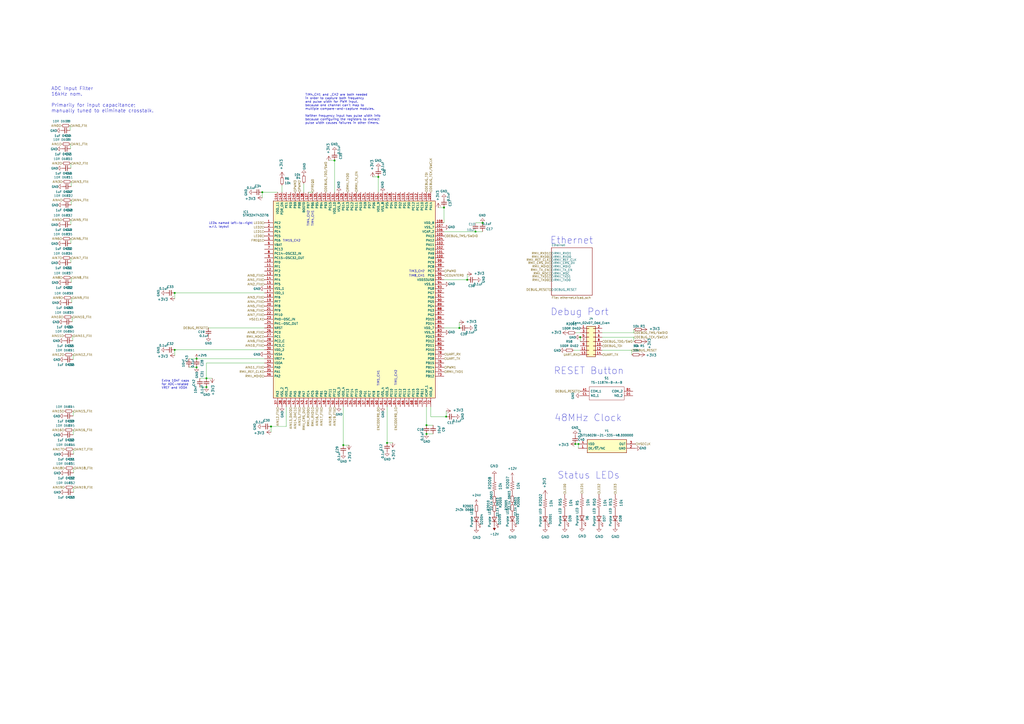
<source format=kicad_sch>
(kicad_sch (version 20231120) (generator "eeschema") (generator_version "8.0")
  (paper "A2")
  (junction (at 266.446 190.246))
  (junction (at 258.826 241.681))
  (junction (at 333.756 257.556))
  (junction (at 275.844 134.366))
  (junction (at 336.55 195.58))
  (junction (at 247.396 246.634))
  (junction (at 194.056 93.091))
  (junction (at 271.018 162.306))
  (junction (at 335.534 257.556))
  (junction (at 152.146 111.506))
  (junction (at 247.396 251.714))
  (junction (at 101.346 202.946))
  (junction (at 114.046 213.106))
  (junction (at 119.761 224.536))
  (junction (at 257.556 120.396))
  (junction (at 199.136 258.191))
  (junction (at 224.536 256.921))
  (junction (at 219.456 102.616))
  (junction (at 119.761 219.456))
  (junction (at 157.226 247.396))
  (junction (at 279.908 129.286))
  (junction (at 101.346 169.926))
  (junction (at 114.046 208.026))
  (wire (pts (xy 366.395 203.2) (xy 366.395 205.74)))
  (wire (pts (xy 161.036 111.506) (xy 152.146 111.506)))
  (wire (pts (xy 247.396 246.634) (xy 251.206 246.634)))
  (wire (pts (xy 367.665 191.135) (xy 367.665 193.04)))
  (wire (pts (xy 349.25 203.2) (xy 366.395 203.2)))
  (wire (pts (xy 257.556 162.306) (xy 271.018 162.306)))
  (wire (pts (xy 41.91 183.896) (xy 41.91 186.69)))
  (wire (pts (xy 367.665 195.58) (xy 367.665 198.12)))
  (wire (pts (xy 101.346 202.946) (xy 153.416 202.946)))
  (wire (pts (xy 42.672 282.702) (xy 42.672 285.496)))
  (wire (pts (xy 257.556 190.246) (xy 266.446 190.246)))
  (wire (pts (xy 247.396 235.966) (xy 247.396 246.634)))
  (wire (pts (xy 41.402 105.41) (xy 41.402 108.204)))
  (wire (pts (xy 40.64 72.898) (xy 40.64 75.692)))
  (wire (pts (xy 332.74 203.2) (xy 336.55 203.2)))
  (wire (pts (xy 349.25 193.04) (xy 367.665 193.04)))
  (wire (pts (xy 166.116 247.396) (xy 157.226 247.396)))
  (wire (pts (xy 42.418 238.506) (xy 42.418 241.3)))
  (wire (pts (xy 199.136 258.191) (xy 202.438 258.191)))
  (wire (pts (xy 41.402 161.036) (xy 41.402 163.83)))
  (wire (pts (xy 119.761 210.566) (xy 153.416 210.566)))
  (wire (pts (xy 42.418 249.428) (xy 42.418 252.222)))
  (wire (pts (xy 109.601 213.106) (xy 114.046 213.106)))
  (wire (pts (xy 271.018 162.306) (xy 271.018 159.004)))
  (wire (pts (xy 101.346 169.926) (xy 153.416 169.926)))
  (wire (pts (xy 41.148 127.508) (xy 41.148 130.302)))
  (wire (pts (xy 257.556 134.366) (xy 275.844 134.366)))
  (wire (pts (xy 42.164 194.818) (xy 42.164 197.612)))
  (wire (pts (xy 120.904 190.246) (xy 153.416 190.246)))
  (wire (pts (xy 41.148 94.742) (xy 41.148 97.536)))
  (wire (pts (xy 115.951 219.456) (xy 119.761 219.456)))
  (wire (pts (xy 266.446 190.246) (xy 266.446 186.944)))
  (wire (pts (xy 41.148 138.43) (xy 41.148 141.224)))
  (wire (pts (xy 152.146 111.506) (xy 152.146 114.808)))
  (wire (pts (xy 333.629 257.556) (xy 333.756 257.556)))
  (wire (pts (xy 163.576 107.442) (xy 163.576 111.506)))
  (wire (pts (xy 247.396 251.714) (xy 251.206 251.714)))
  (wire (pts (xy 333.756 257.556) (xy 335.534 257.556)))
  (wire (pts (xy 336.55 195.58) (xy 336.55 198.12)))
  (wire (pts (xy 119.761 210.566) (xy 119.761 219.456)))
  (wire (pts (xy 109.601 208.026) (xy 114.046 208.026)))
  (wire (pts (xy 101.346 169.926) (xy 101.346 173.228)))
  (wire (pts (xy 194.056 93.091) (xy 190.754 93.091)))
  (wire (pts (xy 249.936 235.966) (xy 249.936 241.681)))
  (wire (pts (xy 157.226 247.396) (xy 157.226 250.698)))
  (wire (pts (xy 279.908 134.366) (xy 275.844 134.366)))
  (wire (pts (xy 166.116 235.966) (xy 166.116 247.396)))
  (wire (pts (xy 199.136 235.966) (xy 199.136 258.191)))
  (wire (pts (xy 176.276 106.426) (xy 176.276 111.506)))
  (wire (pts (xy 101.346 202.946) (xy 101.346 206.248)))
  (wire (pts (xy 178.816 111.506) (xy 181.356 111.506)))
  (wire (pts (xy 279.908 129.286) (xy 275.844 129.286)))
  (wire (pts (xy 258.826 241.681) (xy 258.826 238.379)))
  (wire (pts (xy 249.936 241.681) (xy 258.826 241.681)))
  (wire (pts (xy 42.672 271.526) (xy 42.672 274.32)))
  (wire (pts (xy 115.951 224.536) (xy 119.761 224.536)))
  (wire (pts (xy 224.536 235.966) (xy 224.536 256.921)))
  (wire (pts (xy 219.456 102.616) (xy 216.154 102.616)))
  (wire (pts (xy 194.056 93.091) (xy 194.056 111.506)))
  (wire (pts (xy 42.672 260.604) (xy 42.672 263.398)))
  (wire (pts (xy 41.148 149.606) (xy 41.148 152.4)))
  (wire (pts (xy 42.418 205.74) (xy 42.418 208.534)))
  (wire (pts (xy 334.01 193.04) (xy 336.55 193.04)))
  (wire (pts (xy 119.761 219.456) (xy 123.063 219.456)))
  (wire (pts (xy 224.536 256.921) (xy 227.838 256.921)))
  (wire (pts (xy 257.556 129.286) (xy 257.556 120.396)))
  (wire (pts (xy 219.456 111.506) (xy 219.456 102.616)))
  (wire (pts (xy 335.534 257.556) (xy 335.534 260.096)))
  (wire (pts (xy 349.25 195.58) (xy 367.665 195.58)))
  (wire (pts (xy 40.894 83.566) (xy 40.894 86.36)))
  (wire (pts (xy 41.402 116.078) (xy 41.402 118.872)))
  (wire (pts (xy 114.046 208.026) (xy 153.416 208.026)))
  (wire (pts (xy 41.656 172.72) (xy 41.656 175.514)))
  (wire (pts (xy 257.556 120.396) (xy 254.254 120.396)))
  (text "LEDs named left-to-right\nw.r.t. layout" (at 121.158 132.334 0) (effects (font (size 1.27 1.27)) (justify left bottom)))
  (text "ADC Input Filter\n16kHz nom.\n\nPrimarily for input capacitance;\nmanually tuned to eliminate crosstalk." (at 29.718 65.532 0) (effects (font (size 2 2)) (justify left bottom)))
  (text "TIM8_CH1" (at 241.808 160.02 0) (effects (font (size 1.27 1.27))))
  (text "Debug Port" (at 319.278 183.388 0) (effects (font (size 4 4)) (justify left bottom)))
  (text "TIM4_CH1" (at 181.356 126.746 90) (effects (font (size 1.27 1.27))))
  (text "TIM15_CH2" (at 169.164 139.7 0) (effects (font (size 1.27 1.27))))
  (text "TIM1_CH1" (at 219.456 219.456 90) (effects (font (size 1.27 1.27))))
  (text "Status LEDs" (at 323.342 278.13 0) (effects (font (size 4 4)) (justify left bottom)))
  (text "RESET Button" (at 321.183 217.551 0) (effects (font (size 4 4)) (justify left bottom)))
  (text "Ethernet" (at 319.151 141.859 0) (effects (font (size 4 4)) (justify left bottom)))
  (text "TIM3_CH?" (at 241.808 157.48 0) (effects (font (size 1.27 1.27))))
  (text "48MHz Clock" (at 321.564 244.856 0) (effects (font (size 4 4)) (justify left bottom)))
  (text "TIM1_CH2" (at 229.616 219.202 90) (effects (font (size 1.27 1.27))))
  (text "Extra 10nF caps\nfor ADC-related\nVREF and VDDA" (at 93.726 225.806 0) (effects (font (size 1.27 1.27)) (justify left bottom)))
  (text "TIM4_CH1 and _CH2 are both needed \nin order to capture both frequency\nand pulse width for PWM input,\nbecause one channel can't map to\nmultiple compare-and-capture modules.\n\nNeither frequency input has pulse width info\nbecause configuring the registers to extract\npulse width causes failures in other timers." (at 177.038 63.246 0) (effects (font (size 1.27 1.27)) (justify left)))
  (text "TIM4_CH2" (at 178.816 126.746 90) (effects (font (size 1.27 1.27))))
  (hierarchical_label "DEBUG_TMS{slash}SWDIO" (shape input) (at 367.665 193.04 0))
  (hierarchical_label "ENCODER0_1" (shape input) (at 229.616 235.966 270))
  (hierarchical_label "RMII_TX_EN" (shape input) (at 319.913 156.591 180))
  (hierarchical_label "AIN4" (shape input) (at 36.322 116.078 180))
  (hierarchical_label "PWM3" (shape input) (at 171.196 111.506 90))
  (hierarchical_label "AIN5_Filt" (shape input) (at 153.416 177.546 180))
  (hierarchical_label "AIN10_Filt" (shape input) (at 41.91 183.896 0))
  (hierarchical_label "AIN11_Filt" (shape input) (at 42.164 194.818 0))
  (hierarchical_label "DEBUG_RESET" (shape input) (at 366.395 203.2 0))
  (hierarchical_label "LED2" (shape input) (at 153.416 131.826 180))
  (hierarchical_label "AIN0_Filt" (shape input) (at 40.64 72.898 0))
  (hierarchical_label "AIN9_Filt" (shape input) (at 41.656 172.72 0))
  (hierarchical_label "RMII_REF_CLK" (shape input) (at 153.416 215.646 180))
  (hierarchical_label "AIN15_Filt" (shape input) (at 42.418 238.506 0))
  (hierarchical_label "AIN8" (shape input) (at 36.322 161.036 180))
  (hierarchical_label "DEBUG_TMS{slash}SWDIO" (shape input) (at 257.556 136.906 0))
  (hierarchical_label "LED1" (shape input) (at 153.416 134.366 180))
  (hierarchical_label "FREQ0" (shape input) (at 181.356 111.506 90))
  (hierarchical_label "AIN16_Filt" (shape input) (at 42.418 249.428 0))
  (hierarchical_label "AIN0_Filt" (shape input) (at 153.416 159.766 180))
  (hierarchical_label "DEBUG_TDO{slash}SWO" (shape input) (at 188.976 111.506 90))
  (hierarchical_label "RMII_TXD1" (shape input) (at 257.556 215.646 0))
  (hierarchical_label "AIN9" (shape input) (at 36.576 172.72 180))
  (hierarchical_label "DEBUG_RESET" (shape input) (at 319.913 168.021 180))
  (hierarchical_label "AIN5" (shape input) (at 36.068 127.508 180))
  (hierarchical_label "DEBUG_TDI" (shape input) (at 247.396 111.506 90))
  (hierarchical_label "RMII_TXD0" (shape input) (at 319.913 162.433 180))
  (hierarchical_label "LED3" (shape input) (at 153.416 129.286 180))
  (hierarchical_label "DEBUG_RESET" (shape input) (at 120.904 190.246 180))
  (hierarchical_label "AIN19_Filt" (shape input) (at 42.672 282.702 0))
  (hierarchical_label "RMII_RXD1" (shape input) (at 319.913 146.939 180))
  (hierarchical_label "RMII_CRS_DV" (shape input) (at 319.913 152.527 180))
  (hierarchical_label "COUNTER0" (shape input) (at 257.556 159.766 0))
  (hierarchical_label "AIN16_Filt" (shape input) (at 183.896 235.966 270))
  (hierarchical_label "FREQ1" (shape input) (at 153.416 139.446 180))
  (hierarchical_label "AIN19" (shape input) (at 37.592 282.702 180))
  (hierarchical_label "RMII_RXD0" (shape input) (at 178.816 235.966 270))
  (hierarchical_label "RMII_TXD0" (shape input) (at 201.676 111.506 90))
  (hierarchical_label "AIN17_Filt" (shape input) (at 186.436 235.966 270))
  (hierarchical_label "DEBUG_TDI" (shape input) (at 349.25 200.66 0))
  (hierarchical_label "LED0" (shape input) (at 327.66 286.766 90))
  (hierarchical_label "RMII_TX_EN" (shape input) (at 206.756 111.506 90))
  (hierarchical_label "AIN11_Filt" (shape input) (at 153.416 213.106 180))
  (hierarchical_label "AIN15_Filt" (shape input) (at 173.736 235.966 270))
  (hierarchical_label "PWM0" (shape input) (at 257.556 157.226 0))
  (hierarchical_label "AIN6_Filt" (shape input) (at 153.416 180.086 180))
  (hierarchical_label "LED3" (shape input) (at 356.87 286.766 90))
  (hierarchical_label "RMII_MDIO" (shape input) (at 319.913 154.559 180))
  (hierarchical_label "RMII_RXD1" (shape input) (at 181.356 235.966 270))
  (hierarchical_label "RMII_MDIO" (shape input) (at 153.416 218.186 180))
  (hierarchical_label "UART_RX" (shape input) (at 257.556 205.486 0))
  (hierarchical_label "AIN2" (shape input) (at 36.068 94.742 180))
  (hierarchical_label "PWM2" (shape input) (at 173.736 111.506 90))
  (hierarchical_label "RMII_RXD0" (shape input) (at 319.913 148.971 180))
  (hierarchical_label "AIN6_Filt" (shape input) (at 41.148 138.43 0))
  (hierarchical_label "AIN2_Filt" (shape input) (at 153.416 164.846 180))
  (hierarchical_label "UART_RX" (shape input) (at 336.55 205.74 180))
  (hierarchical_label "RMII_CRS_DV" (shape input) (at 176.276 235.966 270))
  (hierarchical_label "HSECLK" (shape input) (at 368.554 257.556 0))
  (hierarchical_label "AIN4_Filt" (shape input) (at 41.402 116.078 0))
  (hierarchical_label "AIN13_DAC0" (shape input) (at 168.656 235.966 270))
  (hierarchical_label "UART_TX" (shape input) (at 349.25 205.74 0))
  (hierarchical_label "AIN7" (shape input) (at 36.068 149.606 180))
  (hierarchical_label "RMII_MDC" (shape input) (at 319.913 158.623 180))
  (hierarchical_label "AIN8_Filt" (shape input) (at 41.402 161.036 0))
  (hierarchical_label "UART_TX" (shape input) (at 257.556 208.026 0))
  (hierarchical_label "AIN4_Filt" (shape input) (at 153.416 175.006 180))
  (hierarchical_label "DEBUG_TDO{slash}SWO" (shape input) (at 349.25 198.12 0))
  (hierarchical_label "LED0" (shape input) (at 153.416 136.906 180))
  (hierarchical_label "LED2" (shape input) (at 347.472 286.766 90))
  (hierarchical_label "AIN3_Filt" (shape input) (at 153.416 172.466 180))
  (hierarchical_label "DEBUG_TCK{slash}SWCLK" (shape input) (at 367.665 195.58 0))
  (hierarchical_label "AIN7_Filt" (shape input) (at 41.148 149.606 0))
  (hierarchical_label "AIN18_Filt" (shape input) (at 42.672 271.526 0))
  (hierarchical_label "LED1" (shape input) (at 337.566 286.512 90))
  (hierarchical_label "ENCODER0_0" (shape input) (at 219.456 235.966 270))
  (hierarchical_label "AIN0" (shape input) (at 35.56 72.898 180))
  (hierarchical_label "AIN19_Filt" (shape input) (at 194.056 235.966 270))
  (hierarchical_label "AIN7_Filt" (shape input) (at 153.416 182.626 180))
  (hierarchical_label "AIN1" (shape input) (at 35.814 83.566 180))
  (hierarchical_label "AIN1_Filt" (shape input) (at 153.416 162.306 180))
  (hierarchical_label "AIN12_Filt" (shape input) (at 42.418 205.74 0))
  (hierarchical_label "HSECLK" (shape input) (at 153.416 185.166 180))
  (hierarchical_label "AIN17_Filt" (shape input) (at 42.672 260.604 0))
  (hierarchical_label "AIN12_Filt" (shape input) (at 161.036 235.966 270))
  (hierarchical_label "AIN5_Filt" (shape input) (at 41.148 127.508 0))
  (hierarchical_label "AIN16" (shape input) (at 37.338 249.428 180))
  (hierarchical_label "RMII_REF_CLK" (shape input) (at 319.913 150.749 180))
  (hierarchical_label "AIN12" (shape input) (at 37.338 205.74 180))
  (hierarchical_label "AIN10" (shape input) (at 36.83 183.896 180))
  (hierarchical_label "RMII_MDC" (shape input) (at 153.416 195.326 180))
  (hierarchical_label "AIN3" (shape input) (at 36.322 105.41 180))
  (hierarchical_label "AIN17" (shape input) (at 37.592 260.604 180))
  (hierarchical_label "DEBUG_TCK{slash}SWCLK" (shape input) (at 249.936 111.506 90))
  (hierarchical_label "PWM1" (shape input) (at 257.556 213.106 0))
  (hierarchical_label "AIN6" (shape input) (at 36.068 138.43 180))
  (hierarchical_label "RMII_TXD1" (shape input) (at 319.913 160.401 180))
  (hierarchical_label "AIN10_Filt" (shape input) (at 153.416 200.406 180))
  (hierarchical_label "AIN1_Filt" (shape input) (at 40.894 83.566 0))
  (hierarchical_label "AIN14_DAC1" (shape input) (at 171.196 235.966 270))
  (hierarchical_label "AIN18_Filt" (shape input) (at 191.516 235.966 270))
  (hierarchical_label "AIN3_Filt" (shape input) (at 41.402 105.41 0))
  (hierarchical_label "DEBUG_RESET" (shape input) (at 336.677 226.949 180))
  (hierarchical_label "AIN15" (shape input) (at 37.338 238.506 180))
  (hierarchical_label "AIN8_Filt" (shape input) (at 153.416 192.786 180))
  (hierarchical_label "AIN11" (shape input) (at 37.084 194.818 180))
  (hierarchical_label "AIN18" (shape input) (at 37.592 271.526 180))
  (hierarchical_label "AIN2_Filt" (shape input) (at 41.148 94.742 0))
  (hierarchical_label "AIN9_Filt" (shape input) (at 153.416 197.866 180))
  (symbol (lib_id "power:GND") (at 114.046 213.106 0) (unit 1)
    (property "Reference" "#PWR034" (effects (hide yes)))
    (property "Value" "GND" (at 114.173 217.5002 90))
    (instances (project "stm32h7_base" (path "" (reference "#PWR034") (unit 1))) (project "simplicity_analog_1" (path "" (reference "#PWR06024") (unit 1))))
  )
  (symbol (lib_id "Device:C_Small") (at 219.456 100.076 0) (unit 1)
    (property "Reference" "C36" (at 223.012 100.076 90))
    (property "Value" "0.1uF" (at 221.996 96.266 90))
    (property "Footprint" "Capacitor_SMD:C_0402_1005Metric" (effects (hide yes)))
    (instances (project "stm32h7_base" (path "" (reference "C36") (unit 1))) (project "simplicity_analog_1" (path "" (reference "C6032") (unit 1))))
  )
  (symbol (lib_id "power:GND") (at 37.592 285.496 270) (unit 1)
    (property "Reference" "#PWR070" (effects (hide yes)))
    (property "Value" "GND" (at 33.1978 285.623 90))
    (instances (project "stm32h7_base" (path "" (reference "#PWR070") (unit 1))) (project "simplicity_analog_1" (path "" (reference "#PWR06020") (unit 1))))
  )
  (symbol (lib_id "Device:C_Small") (at 257.556 117.856 0) (unit 1)
    (property "Reference" "C37" (at 261.112 117.856 90))
    (property "Value" "0.1uF" (at 260.096 114.046 90))
    (property "Footprint" "Capacitor_SMD:C_0402_1005Metric" (effects (hide yes)))
    (instances (project "stm32h7_base" (path "" (reference "C37") (unit 1))) (project "simplicity_analog_1" (path "" (reference "C6036") (unit 1))))
  )
  (symbol (lib_id "Device:C_Small") (at 251.206 249.174 180) (unit 1)
    (property "Reference" "C9" (at 257.302 249.1676 90))
    (property "Value" "10uF" (at 254.762 249.1676 90))
    (property "Footprint" "Capacitor_SMD:C_0603_1608Metric" (effects (hide yes)))
    (instances (project "stm32h7_base" (path "" (reference "C9") (unit 1))) (project "simplicity_analog_1" (path "" (reference "C6035") (unit 1))))
  )
  (symbol (lib_id "EK-TM4C1294XL_REV_D-eagle-import:R-US_R0402") (at 347.472 291.846 90) (unit 1)
    (property "Reference" "R50" (at 345.694 293.624 0) (effects (font (size 1.4986 1.4986)) (justify left bottom)))
    (property "Value" "10k" (at 351.79 293.878 0) (effects (font (size 1.4986 1.4986)) (justify left bottom)))
    (property "Footprint" "Resistor_SMD:R_0402_1005Metric" (effects (hide yes)))
    (property "GNUM" "G11-R0402-3300-AAA" (effects (hide yes)))
    (property "LCSC" "C25744" (effects (hide yes)))
    (instances (project "stm32h7_base" (path "" (reference "R50") (unit 1))) (project "simplicity_analog_1" (path "" (reference "R6026") (unit 1))))
  )
  (symbol (lib_id "Device:R_Small") (at 368.935 205.74 270) (unit 1)
    (property "Reference" "R2" (at 368.935 200.66 90))
    (property "Value" "10k" (at 368.935 203.2 90))
    (property "Footprint" "Resistor_SMD:R_0402_1005Metric" (effects (hide yes)))
    (property "Description" "Resistor, small symbol" (effects (hide yes)))
    (property "LCSC" "C25744" (effects (hide yes)))
    (instances (project "stm32h7_base" (path "" (reference "R2") (unit 1))) (project "simplicity_analog_1" (path "" (reference "R6028") (unit 1))))
  )
  (symbol (lib_id "power:GND") (at 257.556 131.826 90) (unit 1)
    (property "Reference" "#PWR0107" (effects (hide yes)))
    (property "Value" "GND" (at 261.9502 131.699 90))
    (instances (project "stm32h7_base" (path "" (reference "#PWR0107") (unit 1))) (project "simplicity_analog_1" (path "" (reference "#PWR06043") (unit 1))))
  )
  (symbol (lib_id "EK-TM4C1294XL_REV_D-eagle-import:GND") (at 356.87 307.086 0) (mirror y) (unit 1)
    (property "Reference" "#SUPPLY06" (effects (hide yes)))
    (property "Value" "GND" (at 359.41 312.166 0) (effects (font (size 1.4986 1.4986)) (justify left bottom)))
    (instances (project "stm32h7_base" (path "" (reference "#SUPPLY06") (unit 1))) (project "simplicity_analog_1" (path "" (reference "#SUPPLY06004") (unit 1))))
  )
  (symbol (lib_id "Device:R_Small") (at 38.862 161.036 90) (unit 1)
    (property "Reference" "R37" (at 40.386 158.496 90))
    (property "Value" "10R 0603" (at 36.068 158.496 90))
    (property "Footprint" "Resistor_SMD:R_0603_1608Metric" (effects (hide yes)))
    (property "Description" "Resistor, small symbol" (effects (hide yes)))
    (property "LCSC" "C22859" (effects (hide yes)))
    (instances (project "stm32h7_base" (path "" (reference "R37") (unit 1))) (project "simplicity_analog_1" (path "" (reference "R6009") (unit 1))))
  )
  (symbol (lib_id "power:GND") (at 368.554 260.096 90) (unit 1)
    (property "Reference" "#PWR050" (effects (hide yes)))
    (property "Value" "GND" (at 372.9482 259.969 90))
    (instances (project "stm32h7_base" (path "" (reference "#PWR050") (unit 1))) (project "simplicity_analog_1" (path "" (reference "#PWR06054") (unit 1))))
  )
  (symbol (lib_id "power:+24V") (at 276.352 292.354 0) (unit 1)
    (property "Reference" "#PWR2003" (effects (hide yes)))
    (property "Value" "+24V" (at 276.352 287.274 0))
    (property "Description" "Power symbol creates a global label with name \"+24V\"" (effects (hide yes)))
  )
  (symbol (lib_id "Device:LED") (at 297.18 300.99 90) (unit 1)
    (property "Reference" "D2003" (at 300.228 300.99 0))
    (property "Value" "Purple LED" (at 294.386 300.228 0))
    (property "Footprint" "LED_SMD:LED_0603_1608Metric" (effects (hide yes)))
    (property "LCSC" "C7371898" (effects (hide yes)))
  )
  (symbol (lib_id "EK-TM4C1294XL_REV_D-eagle-import:+3V3") (at 98.806 206.248 90) (mirror x) (unit 1)
    (property "Reference" "#+3V06" (effects (hide yes)))
    (property "Value" "+3V3" (at 97.536 207.518 90) (effects (font (size 1.4986 1.4986)) (justify left bottom)))
    (instances (project "stm32h7_base" (path "" (reference "#+3V06") (unit 1))) (project "simplicity_analog_1" (path "" (reference "#+3V06002") (unit 1))))
  )
  (symbol (lib_id "Device:LED") (at 327.66 300.736 90) (unit 1)
    (property "Reference" "D39" (at 330.708 300.736 0))
    (property "Value" "Purple LED" (at 324.866 299.974 0))
    (property "Footprint" "LED_SMD:LED_0603_1608Metric" (effects (hide yes)))
    (property "LCSC" "C7371898" (effects (hide yes)))
    (instances (project "stm32h7_base" (path "" (reference "D39") (unit 1))) (project "simplicity_analog_1" (path "" (reference "D6001") (unit 1))))
  )
  (symbol (lib_id "EK-TM4C1294XL_REV_D-eagle-import:+3V3") (at 98.806 173.228 90) (mirror x) (unit 1)
    (property "Reference" "#+3V07" (effects (hide yes)))
    (property "Value" "+3V3" (at 97.536 174.498 90) (effects (font (size 1.4986 1.4986)) (justify left bottom)))
    (instances (project "stm32h7_base" (path "" (reference "#+3V07") (unit 1))) (project "simplicity_analog_1" (path "" (reference "#+3V06001") (unit 1))))
  )
  (symbol (lib_id "Device:C_Small") (at 39.116 175.514 270) (unit 1)
    (property "Reference" "C53" (at 38.608 178.562 90) (effects (justify left)))
    (property "Value" "1uF 0402" (at 32.512 178.562 90) (effects (justify left)))
    (property "Footprint" "Capacitor_SMD:C_0402_1005Metric" (effects (hide yes)))
    (property "LCSC" "C52923" (effects (hide yes)))
    (instances (project "stm32h7_base" (path "" (reference "C53") (unit 1))) (project "simplicity_analog_1" (path "" (reference "C6010") (unit 1))))
  )
  (symbol (lib_id "EK-TM4C1294XL_REV_D-eagle-import:GND") (at 286.766 274.574 0) (mirror x) (unit 1)
    (property "Reference" "#SUPPLY2005" (effects (hide yes)))
    (property "Value" "GND" (at 284.226 269.494 0) (effects (font (size 1.4986 1.4986)) (justify left bottom)))
  )
  (symbol (lib_id "power:GND") (at 36.068 141.224 270) (unit 1)
    (property "Reference" "#PWR057" (effects (hide yes)))
    (property "Value" "GND" (at 31.6738 141.351 90))
    (instances (project "stm32h7_base" (path "" (reference "#PWR057") (unit 1))) (project "simplicity_analog_1" (path "" (reference "#PWR0154") (unit 1))))
  )
  (symbol (lib_id "power:GND") (at 36.322 163.83 270) (unit 1)
    (property "Reference" "#PWR059" (effects (hide yes)))
    (property "Value" "GND" (at 31.9278 163.957 90))
    (instances (project "stm32h7_base" (path "" (reference "#PWR059") (unit 1))) (project "simplicity_analog_1" (path "" (reference "#PWR06009") (unit 1))))
  )
  (symbol (lib_id "Device:R_Small") (at 38.608 149.606 90) (unit 1)
    (property "Reference" "R36" (at 40.132 147.066 90))
    (property "Value" "10R 0603" (at 35.814 147.066 90))
    (property "Footprint" "Resistor_SMD:R_0603_1608Metric" (effects (hide yes)))
    (property "Description" "Resistor, small symbol" (effects (hide yes)))
    (property "LCSC" "C22859" (effects (hide yes)))
    (instances (project "stm32h7_base" (path "" (reference "R36") (unit 1))) (project "simplicity_analog_1" (path "" (reference "R6006") (unit 1))))
  )
  (symbol (lib_id "Device:LED") (at 276.352 301.244 90) (unit 1)
    (property "Reference" "D2004" (at 279.4 301.244 0))
    (property "Value" "Purple LED" (at 273.558 300.482 0))
    (property "Footprint" "LED_SMD:LED_0603_1608Metric" (effects (hide yes)))
    (property "LCSC" "C7371898" (effects (hide yes)))
  )
  (symbol (lib_id "Device:C_Small") (at 40.132 263.398 270) (unit 1)
    (property "Reference" "C61" (at 39.624 266.446 90) (effects (justify left)))
    (property "Value" "1uF 0402" (at 33.528 266.446 90) (effects (justify left)))
    (property "Footprint" "Capacitor_SMD:C_0402_1005Metric" (effects (hide yes)))
    (property "LCSC" "C52923" (effects (hide yes)))
    (instances (project "stm32h7_base" (path "" (reference "C61") (unit 1))) (project "simplicity_analog_1" (path "" (reference "C6018") (unit 1))))
  )
  (symbol (lib_id "power:GND") (at 36.322 118.872 270) (unit 1)
    (property "Reference" "#PWR055" (effects (hide yes)))
    (property "Value" "GND" (at 31.9278 118.999 90))
    (instances (project "stm32h7_base" (path "" (reference "#PWR055") (unit 1))) (project "simplicity_analog_1" (path "" (reference "#PWR0155") (unit 1))))
  )
  (symbol (lib_id "power:+12V") (at 297.18 276.86 0) (unit 1)
    (property "Reference" "#PWR2002" (effects (hide yes)))
    (property "Value" "+12V" (at 297.18 271.78 0))
    (property "Description" "Power symbol creates a global label with name \"+12V\"" (effects (hide yes)))
  )
  (symbol (lib_id "power:GND") (at 224.536 262.001 0) (unit 1)
    (property "Reference" "#PWR037" (effects (hide yes)))
    (property "Value" "GND" (at 224.663 266.3952 0))
    (instances (project "stm32h7_base" (path "" (reference "#PWR037") (unit 1))) (project "simplicity_analog_1" (path "" (reference "#PWR06040") (unit 1))))
  )
  (symbol (lib_id "power:GND") (at 96.266 202.946 270) (unit 1)
    (property "Reference" "#PWR041" (effects (hide yes)))
    (property "Value" "GND" (at 91.8718 203.073 0))
    (instances (project "stm32h7_base" (path "" (reference "#PWR041") (unit 1))) (project "simplicity_analog_1" (path "" (reference "#PWR06022") (unit 1))))
  )
  (symbol (lib_id "Device:C_Small") (at 39.878 241.3 270) (unit 1)
    (property "Reference" "C59" (at 39.37 244.348 90) (effects (justify left)))
    (property "Value" "1uF 0402" (at 33.274 244.348 90) (effects (justify left)))
    (property "Footprint" "Capacitor_SMD:C_0402_1005Metric" (effects (hide yes)))
    (property "LCSC" "C52923" (effects (hide yes)))
    (instances (project "stm32h7_base" (path "" (reference "C59") (unit 1))) (project "simplicity_analog_1" (path "" (reference "C6016") (unit 1))))
  )
  (symbol (lib_id "Device:LED") (at 337.566 300.482 90) (unit 1)
    (property "Reference" "D6" (at 340.614 300.482 0))
    (property "Value" "Purple LED" (at 334.772 299.72 0))
    (property "Footprint" "LED_SMD:LED_0603_1608Metric" (effects (hide yes)))
    (property "LCSC" "C7371898" (effects (hide yes)))
    (instances (project "stm32h7_base" (path "" (reference "D6") (unit 1))) (project "simplicity_analog_1" (path "" (reference "D6002") (unit 1))))
  )
  (symbol (lib_id "EK-TM4C1294XL_REV_D-eagle-import:+3V3") (at 261.366 238.379 270) (mirror x) (unit 1)
    (property "Reference" "#+3V011" (effects (hide yes)))
    (property "Value" "+3V3" (at 262.636 237.109 90) (effects (font (size 1.4986 1.4986)) (justify left bottom)))
    (instances (project "stm32h7_base" (path "" (reference "#+3V011") (unit 1))) (project "simplicity_analog_1" (path "" (reference "#+3V06012") (unit 1))))
  )
  (symbol (lib_id "power:GND") (at 196.596 111.506 180) (unit 1)
    (property "Reference" "#PWR014" (effects (hide yes)))
    (property "Value" "GND" (at 196.469 107.1118 90))
    (instances (project "stm32h7_base" (path "" (reference "#PWR014") (unit 1))) (project "simplicity_analog_1" (path "" (reference "#PWR06034") (unit 1))))
  )
  (symbol (lib_id "power:GND") (at 263.906 241.681 90) (unit 1)
    (property "Reference" "#PWR036" (effects (hide yes)))
    (property "Value" "GND" (at 268.3002 241.554 0))
    (instances (project "stm32h7_base" (path "" (reference "#PWR036") (unit 1))) (project "simplicity_analog_1" (path "" (reference "#PWR06046") (unit 1))))
  )
  (symbol (lib_id "power:-12V") (at 286.766 305.054 180) (unit 1)
    (property "Reference" "#PWR2004" (effects (hide yes)))
    (property "Value" "-12V" (at 286.766 309.88 0))
    (property "Description" "Power symbol creates a global label with name \"-12V\"" (effects (hide yes)))
  )
  (symbol (lib_id "Device:C_Small") (at 39.878 208.534 270) (unit 1)
    (property "Reference" "C56" (at 39.37 211.582 90) (effects (justify left)))
    (property "Value" "1uF 0402" (at 33.274 211.582 90) (effects (justify left)))
    (property "Footprint" "Capacitor_SMD:C_0402_1005Metric" (effects (hide yes)))
    (property "LCSC" "C52923" (effects (hide yes)))
    (instances (project "stm32h7_base" (path "" (reference "C56") (unit 1))) (project "simplicity_analog_1" (path "" (reference "C6013") (unit 1))))
  )
  (symbol (lib_id "Device:C_Small") (at 268.986 190.246 270) (unit 1)
    (property "Reference" "C39" (at 268.986 193.802 90))
    (property "Value" "0.1uF" (at 272.796 192.786 90))
    (property "Footprint" "Capacitor_SMD:C_0402_1005Metric" (effects (hide yes)))
    (instances (project "stm32h7_base" (path "" (reference "C39") (unit 1))) (project "simplicity_analog_1" (path "" (reference "C6039") (unit 1))))
  )
  (symbol (lib_id "Device:C_Small") (at 98.806 169.926 90) (unit 1)
    (property "Reference" "C33" (at 98.806 166.37 90))
    (property "Value" "0.1uF" (at 94.996 167.386 90))
    (property "Footprint" "Capacitor_SMD:C_0402_1005Metric" (effects (hide yes)))
    (instances (project "stm32h7_base" (path "" (reference "C33") (unit 1))) (project "simplicity_analog_1" (path "" (reference "C6021") (unit 1))))
  )
  (symbol (lib_id "Device:C_Small") (at 194.056 90.551 0) (unit 1)
    (property "Reference" "C35" (at 197.612 90.551 90))
    (property "Value" "0.1uF" (at 196.596 86.741 90))
    (property "Footprint" "Capacitor_SMD:C_0402_1005Metric" (effects (hide yes)))
    (instances (project "stm32h7_base" (path "" (reference "C35") (unit 1))) (project "simplicity_analog_1" (path "" (reference "C6030") (unit 1))))
  )
  (symbol (lib_id "Device:C_Small") (at 38.862 108.204 270) (unit 1)
    (property "Reference" "C47" (at 38.354 111.252 90) (effects (justify left)))
    (property "Value" "1uF 0402" (at 32.258 111.252 90) (effects (justify left)))
    (property "Footprint" "Capacitor_SMD:C_0402_1005Metric" (effects (hide yes)))
    (property "LCSC" "C52923" (effects (hide yes)))
    (instances (project "stm32h7_base" (path "" (reference "C47") (unit 1))) (project "simplicity_analog_1" (path "" (reference "C6007") (unit 1))))
  )
  (symbol (lib_id "EK-TM4C1294XL_REV_D-eagle-import:+3V3") (at 154.686 250.698 90) (mirror x) (unit 1)
    (property "Reference" "#+3V09" (effects (hide yes)))
    (property "Value" "+3V3" (at 153.416 251.968 90) (effects (font (size 1.4986 1.4986)) (justify left bottom)))
    (instances (project "stm32h7_base" (path "" (reference "#+3V09") (unit 1))) (project "simplicity_analog_1" (path "" (reference "#+3V06005") (unit 1))))
  )
  (symbol (lib_id "Device:C_Small") (at 199.136 260.731 180) (unit 1)
    (property "Reference" "C29" (at 195.58 260.731 90))
    (property "Value" "0.1uF" (at 196.596 264.541 90))
    (property "Footprint" "Capacitor_SMD:C_0402_1005Metric" (effects (hide yes)))
    (instances (project "stm32h7_base" (path "" (reference "C29") (unit 1))) (project "simplicity_analog_1" (path "" (reference "C6031") (unit 1))))
  )
  (symbol (lib_id "EK-TM4C1294XL_REV_D-eagle-import:+3V3") (at 375.285 191.135 270) (mirror x) (unit 1)
    (property "Reference" "#+3V0103" (effects (hide yes)))
    (property "Value" "+3V3" (at 376.555 189.865 90) (effects (font (size 1.4986 1.4986)) (justify left bottom)))
    (instances (project "stm32h7_base" (path "" (reference "#+3V0103") (unit 1))) (project "simplicity_analog_1" (path "" (reference "#+3V06018") (unit 1))))
  )
  (symbol (lib_id "power:GND") (at 119.761 224.536 0) (unit 1)
    (property "Reference" "#PWR040" (effects (hide yes)))
    (property "Value" "GND" (at 119.888 228.9302 0))
    (instances (project "stm32h7_base" (path "" (reference "#PWR040") (unit 1))) (project "simplicity_analog_1" (path "" (reference "#PWR06025") (unit 1))))
  )
  (symbol (lib_id "Device:R_Small") (at 297.18 294.64 180) (unit 1)
    (property "Reference" "R2005" (at 293.6241 296.164 90) (effects (justify right)))
    (property "Value" "22.1k 0603" (at 295.402 295.91 90) (effects (justify right)))
    (property "Footprint" "Resistor_SMD:R_0603_1608Metric" (effects (hide yes)))
    (property "Description" "Resistor, small symbol" (effects (hide yes)))
    (property "LCSC" "C25961" (effects (hide yes)))
  )
  (symbol (lib_id "power:GND") (at 152.146 247.396 270) (unit 1)
    (property "Reference" "#PWR039" (effects (hide yes)))
    (property "Value" "GND" (at 147.7518 247.523 0))
    (instances (project "stm32h7_base" (path "" (reference "#PWR039") (unit 1))) (project "simplicity_analog_1" (path "" (reference "#PWR06028") (unit 1))))
  )
  (symbol (lib_id "EK-TM4C1294XL_REV_D-eagle-import:+3V3") (at 202.438 260.731 0) (mirror x) (unit 1)
    (property "Reference" "#+3V010" (effects (hide yes)))
    (property "Value" "+3V3" (at 203.708 262.001 90) (effects (font (size 1.4986 1.4986)) (justify left bottom)))
    (instances (project "stm32h7_base" (path "" (reference "#+3V010") (unit 1))) (project "simplicity_analog_1" (path "" (reference "#+3V06008") (unit 1))))
  )
  (symbol (lib_id "EK-TM4C1294XL_REV_D-eagle-import:GND") (at 327.66 307.086 0) (mirror y) (unit 1)
    (property "Reference" "#SUPPLY05" (effects (hide yes)))
    (property "Value" "GND" (at 330.2 312.166 0) (effects (font (size 1.4986 1.4986)) (justify left bottom)))
    (instances (project "stm32h7_base" (path "" (reference "#SUPPLY05") (unit 1))) (project "simplicity_analog_1" (path "" (reference "#SUPPLY06001") (unit 1))))
  )
  (symbol (lib_id "EK-TM4C1294XL_REV_D-eagle-import:GND") (at 337.566 306.832 0) (mirror y) (unit 1)
    (property "Reference" "#SUPPLY01" (effects (hide yes)))
    (property "Value" "GND" (at 340.106 311.912 0) (effects (font (size 1.4986 1.4986)) (justify left bottom)))
    (instances (project "stm32h7_base" (path "" (reference "#SUPPLY01") (unit 1))) (project "simplicity_analog_1" (path "" (reference "#SUPPLY06002") (unit 1))))
  )
  (symbol (lib_id "Device:C_Small") (at 39.878 252.222 270) (unit 1)
    (property "Reference" "C60" (at 39.37 255.27 90) (effects (justify left)))
    (property "Value" "1uF 0402" (at 33.274 255.27 90) (effects (justify left)))
    (property "Footprint" "Capacitor_SMD:C_0402_1005Metric" (effects (hide yes)))
    (property "LCSC" "C52923" (effects (hide yes)))
    (instances (project "stm32h7_base" (path "" (reference "C60") (unit 1))) (project "simplicity_analog_1" (path "" (reference "C6017") (unit 1))))
  )
  (symbol (lib_id "EK-TM4C1294XL_REV_D-eagle-import:+3V3") (at 375.285 198.12 270) (mirror x) (unit 1)
    (property "Reference" "#+3V0101" (effects (hide yes)))
    (property "Value" "+3V3" (at 375.793 202.438 0) (effects (font (size 1.4986 1.4986)) (justify left bottom)))
    (instances (project "stm32h7_base" (path "" (reference "#+3V0101") (unit 1))) (project "simplicity_analog_1" (path "" (reference "#+3V06019") (unit 1))))
  )
  (symbol (lib_id "Device:R_Small") (at 40.132 282.702 90) (unit 1)
    (property "Reference" "R52" (at 41.656 280.162 90))
    (property "Value" "10R 0603" (at 37.338 280.162 90))
    (property "Footprint" "Resistor_SMD:R_0603_1608Metric" (effects (hide yes)))
    (property "Description" "Resistor, small symbol" (effects (hide yes)))
    (property "LCSC" "C22859" (effects (hide yes)))
    (instances (project "stm32h7_base" (path "" (reference "R52") (unit 1))) (project "simplicity_analog_1" (path "" (reference "R6020") (unit 1))))
  )
  (symbol (lib_id "power:GND") (at 199.136 263.271 0) (unit 1)
    (property "Reference" "#PWR038" (effects (hide yes)))
    (property "Value" "GND" (at 199.263 267.6652 0))
    (instances (project "stm32h7_base" (path "" (reference "#PWR038") (unit 1))) (project "simplicity_analog_1" (path "" (reference "#PWR06036") (unit 1))))
  )
  (symbol (lib_id "power:GND") (at 196.596 235.966 0) (unit 1)
    (property "Reference" "#PWR05" (effects (hide yes)))
    (property "Value" "GND" (at 196.723 240.3602 0))
    (instances (project "stm32h7_base" (path "" (reference "#PWR05") (unit 1))) (project "simplicity_analog_1" (path "" (reference "#PWR06035") (unit 1))))
  )
  (symbol (lib_id "power:GND") (at 219.456 97.536 180) (unit 1)
    (property "Reference" "#PWR045" (effects (hide yes)))
    (property "Value" "GND" (at 219.329 93.1418 0))
    (instances (project "stm32h7_base" (path "" (reference "#PWR045") (unit 1))) (project "simplicity_analog_1" (path "" (reference "#PWR06037") (unit 1))))
  )
  (symbol (lib_id "EK-TM4C1294XL_REV_D-eagle-import:+3V3") (at 374.015 205.74 270) (mirror x) (unit 1)
    (property "Reference" "#+3V0102" (effects (hide yes)))
    (property "Value" "+3V3" (at 374.65 205.105 90) (effects (font (size 1.4986 1.4986)) (justify left bottom)))
    (instances (project "stm32h7_base" (path "" (reference "#+3V0102") (unit 1))) (project "simplicity_analog_1" (path "" (reference "#+3V06017") (unit 1))))
  )
  (symbol (lib_id "Device:R_Small") (at 39.878 205.74 90) (unit 1)
    (property "Reference" "R41" (at 41.402 203.2 90))
    (property "Value" "10R 0603" (at 37.084 203.2 90))
    (property "Footprint" "Resistor_SMD:R_0603_1608Metric" (effects (hide yes)))
    (property "Description" "Resistor, small symbol" (effects (hide yes)))
    (property "LCSC" "C22859" (effects (hide yes)))
    (instances (project "stm32h7_base" (path "" (reference "R41") (unit 1))) (project "simplicity_analog_1" (path "" (reference "R6013") (unit 1))))
  )
  (symbol (lib_id "power:GND") (at 36.068 97.536 270) (unit 1)
    (property "Reference" "#PWR053" (effects (hide yes)))
    (property "Value" "GND" (at 31.6738 97.663 90))
    (instances (project "stm32h7_base" (path "" (reference "#PWR053") (unit 1))) (project "simplicity_analog_1" (path "" (reference "#PWR06003") (unit 1))))
  )
  (symbol (lib_id "Device:C_Small") (at 247.396 249.174 180) (unit 1)
    (property "Reference" "C18" (at 243.84 249.174 0))
    (property "Value" "0.1uF" (at 244.856 252.984 90))
    (property "Footprint" "Capacitor_SMD:C_0402_1005Metric" (effects (hide yes)))
    (instances (project "stm32h7_base" (path "" (reference "C18") (unit 1))) (project "simplicity_analog_1" (path "" (reference "C6034") (unit 1))))
  )
  (symbol (lib_id "power:GND") (at 36.068 152.4 270) (unit 1)
    (property "Reference" "#PWR058" (effects (hide yes)))
    (property "Value" "GND" (at 31.6738 152.527 90))
    (instances (project "stm32h7_base" (path "" (reference "#PWR058") (unit 1))) (project "simplicity_analog_1" (path "" (reference "#PWR0152") (unit 1))))
  )
  (symbol (lib_id "Device:LED") (at 347.472 300.736 90) (unit 1)
    (property "Reference" "D37" (at 350.52 300.736 0))
    (property "Value" "Purple LED" (at 344.678 299.974 0))
    (property "Footprint" "LED_SMD:LED_0603_1608Metric" (effects (hide yes)))
    (property "LCSC" "C7371898" (effects (hide yes)))
    (instances (project "stm32h7_base" (path "" (reference "D37") (unit 1))) (project "simplicity_analog_1" (path "" (reference "D6003") (unit 1))))
  )
  (symbol (lib_id "power:GND") (at 37.592 263.398 270) (unit 1)
    (property "Reference" "#PWR068" (effects (hide yes)))
    (property "Value" "GND" (at 33.1978 263.525 90))
    (instances (project "stm32h7_base" (path "" (reference "#PWR068") (unit 1))) (project "simplicity_analog_1" (path "" (reference "#PWR06018") (unit 1))))
  )
  (symbol (lib_id "Device:C_Small") (at 38.862 118.872 270) (unit 1)
    (property "Reference" "C48" (at 38.354 121.92 90) (effects (justify left)))
    (property "Value" "1uF 0402" (at 32.258 121.92 90) (effects (justify left)))
    (property "Footprint" "Capacitor_SMD:C_0402_1005Metric" (effects (hide yes)))
    (property "LCSC" "C52923" (effects (hide yes)))
    (instances (project "stm32h7_base" (path "" (reference "C48") (unit 1))) (project "simplicity_analog_1" (path "" (reference "C6008") (unit 1))))
  )
  (symbol (lib_id "EK-TM4C1294XL_REV_D-eagle-import:GND") (at 316.23 307.34 0) (mirror y) (unit 1)
    (property "Reference" "#SUPPLY2001" (effects (hide yes)))
    (property "Value" "GND" (at 318.77 312.42 0) (effects (font (size 1.4986 1.4986)) (justify left bottom)))
  )
  (symbol (lib_id "Device:R_Small") (at 39.624 194.818 90) (unit 1)
    (property "Reference" "R40" (at 41.148 192.278 90))
    (property "Value" "10R 0603" (at 36.83 192.278 90))
    (property "Footprint" "Resistor_SMD:R_0603_1608Metric" (effects (hide yes)))
    (property "Description" "Resistor, small symbol" (effects (hide yes)))
    (property "LCSC" "C22859" (effects (hide yes)))
    (instances (project "stm32h7_base" (path "" (reference "R40") (unit 1))) (project "simplicity_analog_1" (path "" (reference "R6012") (unit 1))))
  )
  (symbol (lib_id "EK-TM4C1294XL_REV_D-eagle-import:+3V3") (at 326.39 193.04 90) (mirror x) (unit 1)
    (property "Reference" "#+3V014" (effects (hide yes)))
    (property "Value" "+3V3" (at 325.755 193.675 90) (effects (font (size 1.4986 1.4986)) (justify left bottom)))
    (instances (project "stm32h7_base" (path "" (reference "#+3V014") (unit 1))) (project "simplicity_analog_1" (path "" (reference "#+3V06016") (unit 1))))
  )
  (symbol (lib_id "Device:R_Small") (at 39.116 172.72 90) (unit 1)
    (property "Reference" "R38" (at 40.64 170.18 90))
    (property "Value" "10R 0603" (at 36.322 170.18 90))
    (property "Footprint" "Resistor_SMD:R_0603_1608Metric" (effects (hide yes)))
    (property "Description" "Resistor, small symbol" (effects (hide yes)))
    (property "LCSC" "C22859" (effects (hide yes)))
    (instances (project "stm32h7_base" (path "" (reference "R38") (unit 1))) (project "simplicity_analog_1" (path "" (reference "R6010") (unit 1))))
  )
  (symbol (lib_id "power:GND") (at 276.098 162.306 90) (unit 1)
    (property "Reference" "#PWR047" (effects (hide yes)))
    (property "Value" "GND" (at 280.4922 162.179 0))
    (instances (project "stm32h7_base" (path "" (reference "#PWR047") (unit 1))) (project "simplicity_analog_1" (path "" (reference "#PWR06047") (unit 1))))
  )
  (symbol (lib_id "EK-TM4C1294XL_REV_D-eagle-import:R-US_R0402") (at 316.23 292.1 90) (unit 1)
    (property "Reference" "R2002" (at 314.452 293.878 0) (effects (font (size 1.4986 1.4986)) (justify left bottom)))
    (property "Value" "10k" (at 320.548 294.132 0) (effects (font (size 1.4986 1.4986)) (justify left bottom)))
    (property "Footprint" "Resistor_SMD:R_0402_1005Metric" (effects (hide yes)))
    (property "GNUM" "G11-R0402-3300-AAA" (effects (hide yes)))
    (property "LCSC" "C25744" (effects (hide yes)))
  )
  (symbol (lib_id "power:GND") (at 257.556 115.316 180) (unit 1)
    (property "Reference" "#PWR046" (effects (hide yes)))
    (property "Value" "GND" (at 257.429 110.9218 0))
    (instances (project "stm32h7_base" (path "" (reference "#PWR046") (unit 1))) (project "simplicity_analog_1" (path "" (reference "#PWR06042") (unit 1))))
  )
  (symbol (lib_id "power:GND") (at 37.338 208.534 270) (unit 1)
    (property "Reference" "#PWR063" (effects (hide yes)))
    (property "Value" "GND" (at 32.9438 208.661 90))
    (instances (project "stm32h7_base" (path "" (reference "#PWR063") (unit 1))) (project "simplicity_analog_1" (path "" (reference "#PWR06013") (unit 1))))
  )
  (symbol (lib_id "Device:C_Small") (at 38.1 75.692 270) (unit 1)
    (property "Reference" "C44" (at 37.592 78.74 90) (effects (justify left)))
    (property "Value" "1uF 0402" (at 31.496 78.74 90) (effects (justify left)))
    (property "Footprint" "Capacitor_SMD:C_0402_1005Metric" (effects (hide yes)))
    (property "LCSC" "C52923" (effects (hide yes)))
    (instances (project "stm32h7_base" (path "" (reference "C44") (unit 1))) (project "simplicity_analog_1" (path "" (reference "C6001") (unit 1))))
  )
  (symbol (lib_id "Device:R_Small") (at 276.352 294.894 180) (unit 1)
    (property "Reference" "R2003" (at 274.574 293.624 0) (effects (justify left)))
    (property "Value" "243k 0603" (at 274.828 295.656 0) (effects (justify left)))
    (property "Footprint" "Resistor_SMD:R_0603_1608Metric" (effects (hide yes)))
    (property "Description" "Resistor, small symbol" (effects (hide yes)))
    (property "LCSC" "C23351" (effects (hide yes)))
  )
  (symbol (lib_id "Device:R_Small") (at 39.878 238.506 90) (unit 1)
    (property "Reference" "R44" (at 41.402 235.966 90))
    (property "Value" "10R 0603" (at 37.084 235.966 90))
    (property "Footprint" "Resistor_SMD:R_0603_1608Metric" (effects (hide yes)))
    (property "Description" "Resistor, small symbol" (effects (hide yes)))
    (property "LCSC" "C22859" (effects (hide yes)))
    (instances (project "stm32h7_base" (path "" (reference "R44") (unit 1))) (project "simplicity_analog_1" (path "" (reference "R6016") (unit 1))))
  )
  (symbol (lib_id "EK-TM4C1294XL_REV_D-eagle-import:GND") (at 276.352 307.594 0) (mirror y) (unit 1)
    (property "Reference" "#SUPPLY2004" (effects (hide yes)))
    (property "Value" "GND" (at 278.892 312.674 0) (effects (font (size 1.4986 1.4986)) (justify left bottom)))
  )
  (symbol (lib_id "aaa:TS-1187A-B-A-B") (at 336.677 226.949 0) (unit 1)
    (property "Reference" "S1" (at 351.917 219.329 0))
    (property "Value" "TS-1187A-B-A-B" (at 351.917 221.869 0))
    (property "Footprint" "TS1187ABAB" (effects (hide yes)))
    (property "Datasheet" "http://www.helloxkb.com/public/images/pdf/TS-1187A-X-X-X.pdf" (effects (hide yes)))
    (property "Description" "tact switch 4x4X1.5 patch 160GF metal head waterproof" (effects (hide yes)))
    (property "Height" "4.05" (effects (hide yes)))
    (property "Manufacturer_Name" "XKB Connectivity" (effects (hide yes)))
    (property "Manufacturer_Part_Number" "TS-1187A-B-A-B" (effects (hide yes)))
    (property "LCSC" "C318884" (effects (hide yes)))
    (instances (project "stm32h7_base" (path "" (reference "S1") (unit 1))) (project "simplicity_analog_1" (path "" (reference "S6001") (unit 1))))
  )
  (symbol (lib_id "Device:C_Small") (at 154.686 247.396 90) (unit 1)
    (property "Reference" "C30" (at 154.686 243.84 90))
    (property "Value" "0.1uF" (at 150.876 244.856 90))
    (property "Footprint" "Capacitor_SMD:C_0402_1005Metric" (effects (hide yes)))
    (instances (project "stm32h7_base" (path "" (reference "C30") (unit 1))) (project "simplicity_analog_1" (path "" (reference "C6029") (unit 1))))
  )
  (symbol (lib_id "EK-TM4C1294XL_REV_D-eagle-import:GND") (at 297.18 307.34 0) (mirror y) (unit 1)
    (property "Reference" "#SUPPLY2003" (effects (hide yes)))
    (property "Value" "GND" (at 299.72 312.42 0) (effects (font (size 1.4986 1.4986)) (justify left bottom)))
  )
  (symbol (lib_id "power:GND") (at 36.576 175.514 270) (unit 1)
    (property "Reference" "#PWR060" (effects (hide yes)))
    (property "Value" "GND" (at 32.1818 175.641 90))
    (instances (project "stm32h7_base" (path "" (reference "#PWR060") (unit 1))) (project "simplicity_analog_1" (path "" (reference "#PWR0153") (unit 1))))
  )
  (symbol (lib_id "Device:R_Small") (at 38.354 83.566 90) (unit 1)
    (property "Reference" "R9" (at 39.878 81.026 90))
    (property "Value" "10R 0603" (at 35.56 81.026 90))
    (property "Footprint" "Resistor_SMD:R_0603_1608Metric" (effects (hide yes)))
    (property "Description" "Resistor, small symbol" (effects (hide yes)))
    (property "LCSC" "C22859" (effects (hide yes)))
    (instances (project "stm32h7_base" (path "" (reference "R9") (unit 1))) (project "simplicity_analog_1" (path "" (reference "R6002") (unit 1))))
  )
  (symbol (lib_id "Device:LED") (at 286.766 301.244 90) (unit 1)
    (property "Reference" "D2005" (at 289.814 301.244 0))
    (property "Value" "Purple LED" (at 283.972 300.482 0))
    (property "Footprint" "LED_SMD:LED_0603_1608Metric" (effects (hide yes)))
    (property "LCSC" "C7371898" (effects (hide yes)))
  )
  (symbol (lib_id "power:GND") (at 37.338 252.222 270) (unit 1)
    (property "Reference" "#PWR067" (effects (hide yes)))
    (property "Value" "GND" (at 32.9438 252.349 90))
    (instances (project "stm32h7_base" (path "" (reference "#PWR067") (unit 1))) (project "simplicity_analog_1" (path "" (reference "#PWR06017") (unit 1))))
  )
  (symbol (lib_id "Device:R_Small") (at 163.576 104.902 0) (unit 1)
    (property "Reference" "R6" (at 165.1 103.6319 0) (effects (justify left)))
    (property "Value" "10k" (at 165.1 106.1719 0) (effects (justify left)))
    (property "Footprint" "Resistor_SMD:R_0402_1005Metric" (effects (hide yes)))
    (property "Description" "Resistor, small symbol" (effects (hide yes)))
    (property "LCSC" "C25744" (effects (hide yes)))
    (instances (project "stm32h7_base" (path "" (reference "R6") (unit 1))) (project "simplicity_analog_1" (path "" (reference "R6021") (unit 1))))
  )
  (symbol (lib_id "power:GND") (at 153.416 205.486 270) (unit 1)
    (property "Reference" "#PWR013" (effects (hide yes)))
    (property "Value" "GND" (at 149.0218 205.613 90))
    (instances (project "stm32h7_base" (path "" (reference "#PWR013") (unit 1))) (project "simplicity_analog_1" (path "" (reference "#PWR06030") (unit 1))))
  )
  (symbol (lib_id "EK-TM4C1294XL_REV_D-eagle-import:+3V3") (at 268.986 186.944 270) (mirror x) (unit 1)
    (property "Reference" "#+3V012" (effects (hide yes)))
    (property "Value" "+3V3" (at 270.256 185.674 90) (effects (font (size 1.4986 1.4986)) (justify left bottom)))
    (instances (project "stm32h7_base" (path "" (reference "#+3V012") (unit 1))) (project "simplicity_analog_1" (path "" (reference "#+3V06014") (unit 1))))
  )
  (symbol (lib_id "Device:C_Small") (at 39.37 186.69 270) (unit 1)
    (property "Reference" "C54" (at 38.862 189.738 90) (effects (justify left)))
    (property "Value" "1uF 0402" (at 32.766 189.738 90) (effects (justify left)))
    (property "Footprint" "Capacitor_SMD:C_0402_1005Metric" (effects (hide yes)))
    (property "LCSC" "C52923" (effects (hide yes)))
    (instances (project "stm32h7_base" (path "" (reference "C54") (unit 1))) (project "simplicity_analog_1" (path "" (reference "C6011") (unit 1))))
  )
  (symbol (lib_id "Device:C_Small") (at 224.536 259.461 180) (unit 1)
    (property "Reference" "C12" (at 220.98 259.461 90))
    (property "Value" "0.1uF" (at 221.996 263.271 90))
    (property "Footprint" "Capacitor_SMD:C_0402_1005Metric" (effects (hide yes)))
    (instances (project "stm32h7_base" (path "" (reference "C12") (unit 1))) (project "simplicity_analog_1" (path "" (reference "C6033") (unit 1))))
  )
  (symbol (lib_id "Device:LED") (at 316.23 300.99 90) (unit 1)
    (property "Reference" "D2001" (at 319.278 300.99 0))
    (property "Value" "Purple LED" (at 313.436 300.228 0))
    (property "Footprint" "LED_SMD:LED_0603_1608Metric" (effects (hide yes)))
    (property "LCSC" "C7371898" (effects (hide yes)))
  )
  (symbol (lib_id "power:GND") (at 221.996 111.506 180) (unit 1)
    (property "Reference" "#PWR015" (effects (hide yes)))
    (property "Value" "GND" (at 221.869 107.1118 90))
    (instances (project "stm32h7_base" (path "" (reference "#PWR015") (unit 1))) (project "simplicity_analog_1" (path "" (reference "#PWR06038") (unit 1))))
  )
  (symbol (lib_id "aaa:SiT1602AI-82-33E-48.000000") (at 335.534 257.556 0) (unit 1)
    (property "Reference" "Y1" (at 352.044 249.936 0))
    (property "Value" "SiT1602BI-21-33S-48.000000" (at 352.044 252.476 0))
    (property "Footprint" "Crystal:Crystal_SMD_3225-4Pin_3.2x2.5mm" (effects (hide yes)))
    (property "Datasheet" "https://www.sitime.com/support/resource-library/datasheets/sit1602-datasheet" (effects (hide yes)))
    (property "Manufacturer_Name" "SiTime" (effects (hide yes)))
    (property "Manufacturer_Part_Number" "SiT1602AI-82-33E-48.000000" (effects (hide yes)))
    (property "LCSC" "C1198900" (effects (hide yes)))
    (instances (project "stm32h7_base" (path "" (reference "Y1") (unit 1))) (project "simplicity_analog_1" (path "" (reference "Y6001") (unit 1))))
  )
  (symbol (lib_id "power:GND") (at 36.068 130.302 270) (unit 1)
    (property "Reference" "#PWR056" (effects (hide yes)))
    (property "Value" "GND" (at 31.6738 130.429 90))
    (instances (project "stm32h7_base" (path "" (reference "#PWR056") (unit 1))) (project "simplicity_analog_1" (path "" (reference "#PWR0151") (unit 1))))
  )
  (symbol (lib_id "Device:R_Small") (at 286.766 289.814 0) (unit 1)
    (property "Reference" "R2009" (at 290.3219 288.29 90) (effects (justify right)))
    (property "Value" "22.1k 0603" (at 288.544 288.544 90) (effects (justify right)))
    (property "Footprint" "Resistor_SMD:R_0603_1608Metric" (effects (hide yes)))
    (property "Description" "Resistor, small symbol" (effects (hide yes)))
    (property "LCSC" "C25961" (effects (hide yes)))
  )
  (symbol (lib_id "EK-TM4C1294XL_REV_D-eagle-import:+3V3") (at 149.606 114.808 90) (mirror x) (unit 1)
    (property "Reference" "#+3V04" (effects (hide yes)))
    (property "Value" "+3V3" (at 148.336 116.078 90) (effects (font (size 1.4986 1.4986)) (justify left bottom)))
    (instances (project "stm32h7_base" (path "" (reference "#+3V04") (unit 1))) (project "simplicity_analog_1" (path "" (reference "#+3V06004") (unit 1))))
  )
  (symbol (lib_id "Device:R_Small") (at 40.132 271.526 90) (unit 1)
    (property "Reference" "R51" (at 41.656 268.986 90))
    (property "Value" "10R 0603" (at 37.338 268.986 90))
    (property "Footprint" "Resistor_SMD:R_0603_1608Metric" (effects (hide yes)))
    (property "Description" "Resistor, small symbol" (effects (hide yes)))
    (property "LCSC" "C22859" (effects (hide yes)))
    (instances (project "stm32h7_base" (path "" (reference "R51") (unit 1))) (project "simplicity_analog_1" (path "" (reference "R6019") (unit 1))))
  )
  (symbol (lib_id "Device:R_Small") (at 39.878 249.428 90) (unit 1)
    (property "Reference" "R45" (at 41.402 246.888 90))
    (property "Value" "10R 0603" (at 37.084 246.888 90))
    (property "Footprint" "Resistor_SMD:R_0603_1608Metric" (effects (hide yes)))
    (property "Description" "Resistor, small symbol" (effects (hide yes)))
    (property "LCSC" "C22859" (effects (hide yes)))
    (instances (project "stm32h7_base" (path "" (reference "R45") (unit 1))) (project "simplicity_analog_1" (path "" (reference "R6017") (unit 1))))
  )
  (symbol (lib_id "power:GND") (at 35.814 86.36 270) (unit 1)
    (property "Reference" "#PWR052" (effects (hide yes)))
    (property "Value" "GND" (at 31.4198 86.487 90))
    (instances (project "stm32h7_base" (path "" (reference "#PWR052") (unit 1))) (project "simplicity_analog_1" (path "" (reference "#PWR06002") (unit 1))))
  )
  (symbol (lib_id "Device:R_Small") (at 38.1 72.898 90) (unit 1)
    (property "Reference" "R8" (at 39.624 70.358 90))
    (property "Value" "10R 0603" (at 35.306 70.358 90))
    (property "Footprint" "Resistor_SMD:R_0603_1608Metric" (effects (hide yes)))
    (property "Description" "Resistor, small symbol" (effects (hide yes)))
    (property "LCSC" "C22859" (effects (hide yes)))
    (instances (project "stm32h7_base" (path "" (reference "R8") (unit 1))) (project "simplicity_analog_1" (path "" (reference "R6001") (unit 1))))
  )
  (symbol (lib_id "Device:C_Small") (at 149.606 111.506 90) (unit 1)
    (property "Reference" "C34" (at 149.606 107.95 90))
    (property "Value" "0.1uF" (at 145.796 108.966 90))
    (property "Footprint" "Capacitor_SMD:C_0402_1005Metric" (effects (hide yes)))
    (instances (project "stm32h7_base" (path "" (reference "C34") (unit 1))) (project "simplicity_analog_1" (path "" (reference "C6028") (unit 1))))
  )
  (symbol (lib_id "power:GND") (at 147.066 111.506 270) (unit 1)
    (property "Reference" "#PWR043" (effects (hide yes)))
    (property "Value" "GND" (at 142.6718 111.633 0))
    (instances (project "stm32h7_base" (path "" (reference "#PWR043") (unit 1))) (project "simplicity_analog_1" (path "" (reference "#PWR06027") (unit 1))))
  )
  (symbol (lib_id "power:GND") (at 333.629 252.476 180) (unit 1)
    (property "Reference" "#PWR049" (effects (hide yes)))
    (property "Value" "GND" (at 333.502 248.0818 0))
    (instances (project "stm32h7_base" (path "" (reference "#PWR049") (unit 1))) (project "simplicity_analog_1" (path "" (reference "#PWR06051") (unit 1))))
  )
  (symbol (lib_id "Device:R_Small") (at 38.608 127.508 90) (unit 1)
    (property "Reference" "R32" (at 40.132 124.968 90))
    (property "Value" "10R 0603" (at 35.814 124.968 90))
    (property "Footprint" "Resistor_SMD:R_0603_1608Metric" (effects (hide yes)))
    (property "Description" "Resistor, small symbol" (effects (hide yes)))
    (property "LCSC" "C22859" (effects (hide yes)))
    (instances (project "stm32h7_base" (path "" (reference "R32") (unit 1))) (project "simplicity_analog_1" (path "" (reference "R6004") (unit 1))))
  )
  (symbol (lib_id "Device:C_Small") (at 279.908 131.826 0) (unit 1)
    (property "Reference" "C17" (at 283.972 132.842 0))
    (property "Value" "0.1uF" (at 282.448 129.794 0))
    (property "Footprint" "Capacitor_SMD:C_0402_1005Metric" (effects (hide yes)))
    (instances (project "stm32h7_base" (path "" (reference "C17") (unit 1))) (project "simplicity_analog_1" (path "" (reference "C6041") (unit 1))))
  )
  (symbol (lib_id "power:+2V5") (at 114.046 208.026 0) (unit 1)
    (property "Reference" "#PWR0108" (effects (hide yes)))
    (property "Value" "+2V5" (at 114.681 206.121 0) (effects (justify left)))
    (instances (project "stm32h7_base" (path "" (reference "#PWR0108") (unit 1))) (project "simplicity_analog_1" (path "" (reference "#PWR06023") (unit 1))))
  )
  (symbol (lib_id "EK-TM4C1294XL_REV_D-eagle-import:FRAME_A_L") (at 323.596 157.861 0) (unit 1)
    (property "Reference" "#FRAME1" (effects (hide yes)))
    (property "Value" "FRAME_A_L" (effects (hide yes)))
    (instances (project "stm32h7_base" (path "" (reference "#FRAME1") (unit 1))) (project "simplicity_analog_1" (path "" (reference "#FRAME6001") (unit 1))))
  )
  (symbol (lib_id "EK-TM4C1294XL_REV_D-eagle-import:+3V3") (at 254.254 117.856 0) (mirror y) (unit 1)
    (property "Reference" "#+3V01" (effects (hide yes)))
    (property "Value" "+3V3" (at 252.984 116.586 90) (effects (font (size 1.4986 1.4986)) (justify left bottom)))
    (instances (project "stm32h7_base" (path "" (reference "#+3V01") (unit 1))) (project "simplicity_analog_1" (path "" (reference "#+3V06011") (unit 1))))
  )
  (symbol (lib_id "power:GND") (at 327.66 203.2 270) (unit 1)
    (property "Reference" "#PWR032" (effects (hide yes)))
    (property "Value" "GND" (at 323.2658 203.327 90))
    (instances (project "stm32h7_base" (path "" (reference "#PWR032") (unit 1))) (project "simplicity_analog_1" (path "" (reference "#PWR06050") (unit 1))))
  )
  (symbol (lib_id "power:GND") (at 279.908 129.286 180) (unit 1)
    (property "Reference" "#PWR0153" (effects (hide yes)))
    (property "Value" "GND" (at 279.781 124.8918 0))
    (instances (project "stm32h7_base" (path "" (reference "#PWR0153") (unit 1))) (project "simplicity_analog_1" (path "" (reference "#PWR06049") (unit 1))))
  )
  (symbol (lib_id "EK-TM4C1294XL_REV_D-eagle-import:+3V3") (at 331.216 257.556 90) (mirror x) (unit 1)
    (property "Reference" "#+3V016" (effects (hide yes)))
    (property "Value" "+3V3" (at 329.946 258.826 90) (effects (font (size 1.4986 1.4986)) (justify left bottom)))
    (instances (project "stm32h7_base" (path "" (reference "#+3V016") (unit 1))) (project "simplicity_analog_1" (path "" (reference "#+3V06015") (unit 1))))
  )
  (symbol (lib_id "Device:C_Small") (at 109.601 210.566 180) (unit 1)
    (property "Reference" "C43" (at 108.331 208.026 90))
    (property "Value" "10nF" (at 106.426 210.566 90))
    (property "Footprint" "Capacitor_SMD:C_0402_1005Metric" (effects (hide yes)))
    (property "LCSC" "C15195" (effects (hide yes)))
    (instances (project "stm32h7_base" (path "" (reference "C43") (unit 1))) (project "simplicity_analog_1" (path "" (reference "C6023") (unit 1))))
  )
  (symbol (lib_id "EK-TM4C1294XL_REV_D-eagle-import:+3V3") (at 123.063 221.996 0) (mirror x) (unit 1)
    (property "Reference" "#+3V08" (effects (hide yes)))
    (property "Value" "+3V3" (at 124.333 223.266 90) (effects (font (size 1.4986 1.4986)) (justify left bottom)))
    (instances (project "stm32h7_base" (path "" (reference "#+3V08") (unit 1))) (project "simplicity_analog_1" (path "" (reference "#+3V06003") (unit 1))))
  )
  (symbol (lib_id "Device:C_Small") (at 38.608 152.4 270) (unit 1)
    (property "Reference" "C51" (at 38.1 155.448 90) (effects (justify left)))
    (property "Value" "1uF 0402" (at 32.004 155.448 90) (effects (justify left)))
    (property "Footprint" "Capacitor_SMD:C_0402_1005Metric" (effects (hide yes)))
    (property "LCSC" "C52923" (effects (hide yes)))
    (instances (project "stm32h7_base" (path "" (reference "C51") (unit 1))) (project "simplicity_analog_1" (path "" (reference "C6006") (unit 1))))
  )
  (symbol (lib_id "power:GND") (at 176.276 101.346 180) (unit 1)
    (property "Reference" "#PWR018" (effects (hide yes)))
    (property "Value" "GND" (at 176.53 96.52 90))
    (instances (project "stm32h7_base" (path "" (reference "#PWR018") (unit 1))) (project "simplicity_analog_1" (path "" (reference "#PWR06032") (unit 1))))
  )
  (symbol (lib_id "power:GND") (at 271.526 190.246 90) (unit 1)
    (property "Reference" "#PWR048" (effects (hide yes)))
    (property "Value" "GND" (at 275.9202 190.119 0))
    (instances (project "stm32h7_base" (path "" (reference "#PWR048") (unit 1))) (project "simplicity_analog_1" (path "" (reference "#PWR06048") (unit 1))))
  )
  (symbol (lib_id "Device:R_Small") (at 286.766 294.894 180) (unit 1)
    (property "Reference" "R2010" (at 283.2101 296.418 90) (effects (justify right)))
    (property "Value" "22.1k 0603" (at 284.988 296.164 90) (effects (justify right)))
    (property "Footprint" "Resistor_SMD:R_0603_1608Metric" (effects (hide yes)))
    (property "Description" "Resistor, small symbol" (effects (hide yes)))
    (property "LCSC" "C25961" (effects (hide yes)))
  )
  (symbol (lib_id "Device:C_Small") (at 38.608 141.224 270) (unit 1)
    (property "Reference" "C50" (at 38.1 144.272 90) (effects (justify left)))
    (property "Value" "1uF 0402" (at 32.004 144.272 90) (effects (justify left)))
    (property "Footprint" "Capacitor_SMD:C_0402_1005Metric" (effects (hide yes)))
    (property "LCSC" "C52923" (effects (hide yes)))
    (instances (project "stm32h7_base" (path "" (reference "C50") (unit 1))) (project "simplicity_analog_1" (path "" (reference "C6005") (unit 1))))
  )
  (symbol (lib_id "Connector_Generic:Conn_02x07_Odd_Even") (at 341.63 198.12 0) (unit 1)
    (property "Reference" "J4" (at 342.9 184.785 0))
    (property "Value" "Conn_02x07_Odd_Even" (at 342.9 187.325 0))
    (property "Footprint" "Connector_PinHeader_1.27mm:PinHeader_2x07_P1.27mm_Vertical_SMD" (effects (hide yes)))
    (property "LCSC" "C3975190" (effects (hide yes)))
    (instances (project "stm32h7_base" (path "" (reference "J4") (unit 1))) (project "simplicity_analog_1" (path "" (reference "J6001") (unit 1))))
  )
  (symbol (lib_id "power:GND") (at 37.338 241.3 270) (unit 1)
    (property "Reference" "#PWR066" (effects (hide yes)))
    (property "Value" "GND" (at 32.9438 241.427 90))
    (instances (project "stm32h7_base" (path "" (reference "#PWR066") (unit 1))) (project "simplicity_analog_1" (path "" (reference "#PWR06016") (unit 1))))
  )
  (symbol (lib_id "EK-TM4C1294XL_REV_D-eagle-import:+3V3") (at 163.576 99.822 0) (mirror y) (unit 1)
    (property "Reference" "#+3V013" (effects (hide yes)))
    (property "Value" "+3V3" (at 162.306 98.552 90) (effects (font (size 1.4986 1.4986)) (justify left bottom)))
    (instances (project "stm32h7_base" (path "" (reference "#+3V013") (unit 1))) (project "simplicity_analog_1" (path "" (reference "#+3V06006") (unit 1))))
  )
  (symbol (lib_id "power:GND") (at 96.266 169.926 270) (unit 1)
    (property "Reference" "#PWR042" (effects (hide yes)))
    (property "Value" "GND" (at 91.8718 170.053 0))
    (instances (project "stm32h7_base" (path "" (reference "#PWR042") (unit 1))) (project "simplicity_analog_1" (path "" (reference "#PWR06021") (unit 1))))
  )
  (symbol (lib_id "Device:R_Small") (at 330.2 203.2 90) (unit 1)
    (property "Reference" "R58" (at 330.2 198.12 90))
    (property "Value" "100R 0402" (at 330.2 200.66 90))
    (property "Footprint" "Resistor_SMD:R_0402_1005Metric" (effects (hide yes)))
    (property "Description" "Resistor, small symbol" (effects (hide yes)))
    (property "LCSC" "C25076" (effects (hide yes)))
    (instances (project "stm32h7_base" (path "" (reference "R58") (unit 1))) (project "simplicity_analog_1" (path "" (reference "R6024") (unit 1))))
  )
  (symbol (lib_id "Device:C_Small") (at 38.354 86.36 270) (unit 1)
    (property "Reference" "C45" (at 37.846 89.408 90) (effects (justify left)))
    (property "Value" "1uF 0402" (at 31.75 89.408 90) (effects (justify left)))
    (property "Footprint" "Capacitor_SMD:C_0402_1005Metric" (effects (hide yes)))
    (property "LCSC" "C52923" (effects (hide yes)))
    (instances (project "stm32h7_base" (path "" (reference "C45") (unit 1))) (project "simplicity_analog_1" (path "" (reference "C6002") (unit 1))))
  )
  (symbol (lib_id "power:GND") (at 221.996 235.966 0) (unit 1)
    (property "Reference" "#PWR04" (effects (hide yes)))
    (property "Value" "GND" (at 222.123 240.3602 90))
    (instances (project "stm32h7_base" (path "" (reference "#PWR04") (unit 1))) (project "simplicity_analog_1" (path "" (reference "#PWR06039") (unit 1))))
  )
  (symbol (lib_id "power:GND") (at 36.83 186.69 270) (unit 1)
    (property "Reference" "#PWR061" (effects (hide yes)))
    (property "Value" "GND" (at 32.4358 186.817 90))
    (instances (project "stm32h7_base" (path "" (reference "#PWR061") (unit 1))) (project "simplicity_analog_1" (path "" (reference "#PWR06011") (unit 1))))
  )
  (symbol (lib_id "power:GND") (at 36.322 108.204 270) (unit 1)
    (property "Reference" "#PWR054" (effects (hide yes)))
    (property "Value" "GND" (at 31.9278 108.331 90))
    (instances (project "stm32h7_base" (path "" (reference "#PWR054") (unit 1))) (project "simplicity_analog_1" (path "" (reference "#PWR0156") (unit 1))))
  )
  (symbol (lib_id "Device:R_Small") (at 370.205 198.12 90) (unit 1)
    (property "Reference" "R1" (at 374.015 200.66 90) (effects (justify left)))
    (property "Value" "10k" (at 370.84 200.66 90) (effects (justify left)))
    (property "Footprint" "Resistor_SMD:R_0402_1005Metric" (effects (hide yes)))
    (property "Description" "Resistor, small symbol" (effects (hide yes)))
    (property "LCSC" "C25744" (effects (hide yes)))
    (instances (project "stm32h7_base" (path "" (reference "R1") (unit 1))) (project "simplicity_analog_1" (path "" (reference "R6030") (unit 1))))
  )
  (symbol (lib_id "power:GND") (at 163.576 235.966 0) (unit 1)
    (property "Reference" "#PWR012" (effects (hide yes)))
    (property "Value" "GND" (at 163.703 240.3602 90))
    (instances (project "stm32h7_base" (path "" (reference "#PWR012") (unit 1))) (project "simplicity_analog_1" (path "" (reference "#PWR06031") (unit 1))))
  )
  (symbol (lib_id "power:GND") (at 247.396 251.714 0) (unit 1)
    (property "Reference" "#PWR0154" (effects (hide yes)))
    (property "Value" "GND" (at 247.523 256.1082 0))
    (instances (project "stm32h7_base" (path "" (reference "#PWR0154") (unit 1))) (project "simplicity_analog_1" (path "" (reference "#PWR06041") (unit 1))))
  )
  (symbol (lib_id "Device:C_Small") (at 333.629 255.016 0) (unit 1)
    (property "Reference" "C40" (at 337.185 255.016 0))
    (property "Value" "0.1uF" (at 336.169 251.206 90))
    (property "Footprint" "Capacitor_SMD:C_0402_1005Metric" (effects (hide yes)))
    (instances (project "stm32h7_base" (path "" (reference "C40") (unit 1))) (project "simplicity_analog_1" (path "" (reference "C6043") (unit 1))))
  )
  (symbol (lib_id "Device:C_Small") (at 273.558 162.306 270) (unit 1)
    (property "Reference" "C38" (at 273.558 165.862 90))
    (property "Value" "0.1uF" (at 277.368 164.846 90))
    (property "Footprint" "Capacitor_SMD:C_0402_1005Metric" (effects (hide yes)))
    (instances (project "stm32h7_base" (path "" (reference "C38") (unit 1))) (project "simplicity_analog_1" (path "" (reference "C6038") (unit 1))))
  )
  (symbol (lib_id "power:GND") (at 35.56 75.692 270) (unit 1)
    (property "Reference" "#PWR051" (effects (hide yes)))
    (property "Value" "GND" (at 31.1658 75.819 90))
    (instances (project "stm32h7_base" (path "" (reference "#PWR051") (unit 1))) (project "simplicity_analog_1" (path "" (reference "#PWR0157") (unit 1))))
  )
  (symbol (lib_id "EK-TM4C1294XL_REV_D-eagle-import:R-US_R0402") (at 337.566 291.592 90) (unit 1)
    (property "Reference" "R5" (at 335.788 293.37 0) (effects (font (size 1.4986 1.4986)) (justify left bottom)))
    (property "Value" "10k" (at 341.884 293.624 0) (effects (font (size 1.4986 1.4986)) (justify left bottom)))
    (property "Footprint" "Resistor_SMD:R_0402_1005Metric" (effects (hide yes)))
    (property "GNUM" "G11-R0402-3300-AAA" (effects (hide yes)))
    (property "LCSC" "C25744" (effects (hide yes)))
    (instances (project "stm32h7_base" (path "" (reference "R5") (unit 1))) (project "simplicity_analog_1" (path "" (reference "R6025") (unit 1))))
  )
  (symbol (lib_id "power:GND") (at 37.592 274.32 270) (unit 1)
    (property "Reference" "#PWR069" (effects (hide yes)))
    (property "Value" "GND" (at 33.1978 274.447 90))
    (instances (project "stm32h7_base" (path "" (reference "#PWR069") (unit 1))) (project "simplicity_analog_1" (path "" (reference "#PWR06019") (unit 1))))
  )
  (symbol (lib_id "Device:C_Small") (at 40.132 285.496 270) (unit 1)
    (property "Reference" "C63" (at 39.624 288.544 90) (effects (justify left)))
    (property "Value" "1uF 0402" (at 33.528 288.544 90) (effects (justify left)))
    (property "Footprint" "Capacitor_SMD:C_0402_1005Metric" (effects (hide yes)))
    (property "LCSC" "C52923" (effects (hide yes)))
    (instances (project "stm32h7_base" (path "" (reference "C63") (unit 1))) (project "simplicity_analog_1" (path "" (reference "C6020") (unit 1))))
  )
  (symbol (lib_id "Device:C_Small") (at 115.951 221.996 180) (unit 1)
    (property "Reference" "C42" (at 112.395 221.996 90))
    (property "Value" "10nF" (at 113.411 225.806 90))
    (property "Footprint" "Capacitor_SMD:C_0402_1005Metric" (effects (hide yes)))
    (property "LCSC" "C15195" (effects (hide yes)))
    (instances (project "stm32h7_base" (path "" (reference "C42") (unit 1))) (project "simplicity_analog_1" (path "" (reference "C6025") (unit 1))))
  )
  (symbol (lib_id "Device:R_Small") (at 38.862 105.41 90) (unit 1)
    (property "Reference" "R11" (at 40.386 102.87 90))
    (property "Value" "10R 0603" (at 36.068 102.87 90))
    (property "Footprint" "Resistor_SMD:R_0603_1608Metric" (effects (hide yes)))
    (property "Description" "Resistor, small symbol" (effects (hide yes)))
    (property "LCSC" "C22859" (effects (hide yes)))
    (instances (project "stm32h7_base" (path "" (reference "R11") (unit 1))) (project "simplicity_analog_1" (path "" (reference "R6007") (unit 1))))
  )
  (symbol (lib_id "power:GND") (at 336.677 229.489 270) (unit 1)
    (property "Reference" "#PWR0106" (effects (hide yes)))
    (property "Value" "GND" (at 332.2828 229.616 0))
    (instances (project "stm32h7_base" (path "" (reference "#PWR0106") (unit 1))) (project "simplicity_analog_1" (path "" (reference "#PWR06053") (unit 1))))
  )
  (symbol (lib_id "Device:C_Small") (at 275.844 131.826 180) (unit 1)
    (property "Reference" "C10" (at 271.78 130.048 0) (effects (justify right)))
    (property "Value" "10uF" (at 270.764 133.35 0) (effects (justify right)))
    (property "Footprint" "Capacitor_SMD:C_0603_1608Metric" (effects (hide yes)))
    (instances (project "stm32h7_base" (path "" (reference "C10") (unit 1))) (project "simplicity_analog_1" (path "" (reference "C6040") (unit 1))))
  )
  (symbol (lib_id "Device:R_Small") (at 40.132 260.604 90) (unit 1)
    (property "Reference" "R46" (at 41.656 258.064 90))
    (property "Value" "10R 0603" (at 37.338 258.064 90))
    (property "Footprint" "Resistor_SMD:R_0603_1608Metric" (effects (hide yes)))
    (property "Description" "Resistor, small symbol" (effects (hide yes)))
    (property "LCSC" "C22859" (effects (hide yes)))
    (instances (project "stm32h7_base" (path "" (reference "R46") (unit 1))) (project "simplicity_analog_1" (path "" (reference "R6018") (unit 1))))
  )
  (symbol (lib_id "Device:R_Small") (at 39.37 183.896 90) (unit 1)
    (property "Reference" "R39" (at 40.894 181.356 90))
    (property "Value" "10R 0603" (at 36.576 181.356 90))
    (property "Footprint" "Resistor_SMD:R_0603_1608Metric" (effects (hide yes)))
    (property "Description" "Resistor, small symbol" (effects (hide yes)))
    (property "LCSC" "C22859" (effects (hide yes)))
    (instances (project "stm32h7_base" (path "" (reference "R39") (unit 1))) (project "simplicity_analog_1" (path "" (reference "R6011") (unit 1))))
  )
  (symbol (lib_id "EK-TM4C1294XL_REV_D-eagle-import:+3V3") (at 216.154 100.076 0) (mirror y) (unit 1)
    (property "Reference" "#+3V02" (effects (hide yes)))
    (property "Value" "+3V3" (at 214.884 98.806 90) (effects (font (size 1.4986 1.4986)) (justify left bottom)))
    (instances (project "stm32h7_base" (path "" (reference "#+3V02") (unit 1))) (project "simplicity_analog_1" (path "" (reference "#+3V06009") (unit 1))))
  )
  (symbol (lib_id "Device:C_Small") (at 39.624 197.612 270) (unit 1)
    (property "Reference" "C55" (at 39.116 200.66 90) (effects (justify left)))
    (property "Value" "1uF 0402" (at 33.02 200.66 90) (effects (justify left)))
    (property "Footprint" "Capacitor_SMD:C_0402_1005Metric" (effects (hide yes)))
    (property "LCSC" "C52923" (effects (hide yes)))
    (instances (project "stm32h7_base" (path "" (reference "C55") (unit 1))) (project "simplicity_analog_1" (path "" (reference "C6012") (unit 1))))
  )
  (symbol (lib_id "EK-TM4C1294XL_REV_D-eagle-import:R-US_R0402") (at 286.766 282.194 90) (unit 1)
    (property "Reference" "R2008" (at 284.988 283.972 0) (effects (font (size 1.4986 1.4986)) (justify left bottom)))
    (property "Value" "10k" (at 291.084 284.226 0) (effects (font (size 1.4986 1.4986)) (justify left bottom)))
    (property "Footprint" "Resistor_SMD:R_0402_1005Metric" (effects (hide yes)))
    (property "GNUM" "G11-R0402-3300-AAA" (effects (hide yes)))
    (property "LCSC" "C25744" (effects (hide yes)))
  )
  (symbol (lib_id "power:GND") (at 257.556 192.786 90) (unit 1)
    (property "Reference" "#PWR03" (effects (hide yes)))
    (property "Value" "GND" (at 261.9502 192.659 90))
    (instances (project "stm32h7_base" (path "" (reference "#PWR03") (unit 1))) (project "simplicity_analog_1" (path "" (reference "#PWR06045") (unit 1))))
  )
  (symbol (lib_id "power:GND") (at 257.556 164.846 90) (unit 1)
    (property "Reference" "#PWR02" (effects (hide yes)))
    (property "Value" "GND" (at 261.9502 164.719 90))
    (instances (project "stm32h7_base" (path "" (reference "#PWR02") (unit 1))) (project "simplicity_analog_1" (path "" (reference "#PWR06044") (unit 1))))
  )
  (symbol (lib_id "power:GND") (at 336.55 195.58 270) (unit 1)
    (property "Reference" "#PWR033" (effects (hide yes)))
    (property "Value" "GND" (at 332.1558 195.707 90))
    (instances (project "stm32h7_base" (path "" (reference "#PWR033") (unit 1))) (project "simplicity_analog_1" (path "" (reference "#PWR06052") (unit 1))))
  )
  (symbol (lib_id "EK-TM4C1294XL_REV_D-eagle-import:+3V3") (at 273.558 159.004 270) (mirror x) (unit 1)
    (property "Reference" "#+3V05" (effects (hide yes)))
    (property "Value" "+3V3" (at 274.828 157.734 90) (effects (font (size 1.4986 1.4986)) (justify left bottom)))
    (instances (project "stm32h7_base" (path "" (reference "#+3V05") (unit 1))) (project "simplicity_analog_1" (path "" (reference "#+3V06013") (unit 1))))
  )
  (symbol (lib_id "Device:C_Small") (at 261.366 241.681 270) (unit 1)
    (property "Reference" "C11" (at 261.366 245.237 90))
    (property "Value" "0.1uF" (at 265.176 244.221 90))
    (property "Footprint" "Capacitor_SMD:C_0402_1005Metric" (effects (hide yes)))
    (instances (project "stm32h7_base" (path "" (reference "C11") (unit 1))) (project "simplicity_analog_1" (path "" (reference "C6037") (unit 1))))
  )
  (symbol (lib_id "aaa:STM32H723ZGT6") (at 153.416 129.286 0) (unit 1)
    (property "Reference" "IC1" (at 142.621 122.936 0))
    (property "Value" "STM32H743ZIT6" (at 148.336 124.841 0))
    (property "Footprint" "aaa:QFP50P2200X2200X160-144N" (effects (hide yes)))
    (property "Datasheet" "https://www.mouser.cn/datasheet/2/389/stm32h723zg-1893346.pdf" (effects (hide yes)))
    (property "Height" "1.6" (effects (hide yes)))
    (property "Manufacturer_Name" "STMicroelectronics" (effects (hide yes)))
    (property "LCSC" "C114408" (effects (hide yes)))
    (instances (project "stm32h7_base" (path "" (reference "IC1") (unit 1))) (project "simplicity_analog_1" (path "" (reference "IC6001") (unit 1))))
  )
  (symbol (lib_id "EK-TM4C1294XL_REV_D-eagle-import:R-US_R0402") (at 297.18 281.94 90) (unit 1)
    (property "Reference" "R2007" (at 295.402 283.718 0) (effects (font (size 1.4986 1.4986)) (justify left bottom)))
    (property "Value" "10k" (at 301.498 283.972 0) (effects (font (size 1.4986 1.4986)) (justify left bottom)))
    (property "Footprint" "Resistor_SMD:R_0402_1005Metric" (effects (hide yes)))
    (property "GNUM" "G11-R0402-3300-AAA" (effects (hide yes)))
    (property "LCSC" "C25744" (effects (hide yes)))
  )
  (symbol (lib_id "EK-TM4C1294XL_REV_D-eagle-import:R-US_R0402") (at 356.87 291.846 90) (unit 1)
    (property "Reference" "R53" (at 355.092 293.624 0) (effects (font (size 1.4986 1.4986)) (justify left bottom)))
    (property "Value" "10k" (at 361.188 293.878 0) (effects (font (size 1.4986 1.4986)) (justify left bottom)))
    (property "Footprint" "Resistor_SMD:R_0402_1005Metric" (effects (hide yes)))
    (property "GNUM" "G11-R0402-3300-AAA" (effects (hide yes)))
    (property "LCSC" "C25744" (effects (hide yes)))
    (instances (project "stm32h7_base" (path "" (reference "R53") (unit 1))) (project "simplicity_analog_1" (path "" (reference "R6027") (unit 1))))
  )
  (symbol (lib_id "power:GND") (at 120.904 195.326 0) (unit 1)
    (property "Reference" "#PWR017" (effects (hide yes)))
    (property "Value" "GND" (at 120.904 199.136 0))
    (instances (project "stm32h7_base" (path "" (reference "#PWR017") (unit 1))) (project "simplicity_analog_1" (path "" (reference "#PWR06026") (unit 1))))
  )
  (symbol (lib_id "power:GND") (at 194.056 88.011 180) (unit 1)
    (property "Reference" "#PWR044" (effects (hide yes)))
    (property "Value" "GND" (at 193.929 83.6168 0))
    (instances (project "stm32h7_base" (path "" (reference "#PWR044") (unit 1))) (project "simplicity_analog_1" (path "" (reference "#PWR06033") (unit 1))))
  )
  (symbol (lib_id "Device:R_Small") (at 38.862 116.078 90) (unit 1)
    (property "Reference" "R22" (at 40.386 113.538 90))
    (property "Value" "10R 0603" (at 36.068 113.538 90))
    (property "Footprint" "Resistor_SMD:R_0603_1608Metric" (effects (hide yes)))
    (property "Description" "Resistor, small symbol" (effects (hide yes)))
    (property "LCSC" "C22859" (effects (hide yes)))
    (instances (project "stm32h7_base" (path "" (reference "R22") (unit 1))) (project "simplicity_analog_1" (path "" (reference "R6008") (unit 1))))
  )
  (symbol (lib_id "Device:C_Small") (at 119.761 221.996 180) (unit 1)
    (property "Reference" "C31" (at 117.221 216.916 90))
    (property "Value" "0.1uF" (at 117.221 225.806 90))
    (property "Footprint" "Capacitor_SMD:C_0402_1005Metric" (effects (hide yes)))
    (instances (project "stm32h7_base" (path "" (reference "C31") (unit 1))) (project "simplicity_analog_1" (path "" (reference "C6026") (unit 1))))
  )
  (symbol (lib_id "Device:C_Small") (at 120.904 192.786 180) (unit 1)
    (property "Reference" "C19" (at 116.84 192.532 0))
    (property "Value" "0.1uF" (at 118.364 194.818 0))
    (property "Footprint" "Capacitor_SMD:C_0402_1005Metric" (effects (hide yes)))
    (instances (project "stm32h7_base" (path "" (reference "C19") (unit 1))) (project "simplicity_analog_1" (path "" (reference "C6027") (unit 1))))
  )
  (symbol (lib_id "Device:R_Small") (at 176.276 103.886 180) (unit 1)
    (property "Reference" "R4" (at 174.371 103.251 0) (effects (justify left)))
    (property "Value" "10k" (at 174.371 101.346 0) (effects (justify left)))
    (property "Footprint" "Resistor_SMD:R_0402_1005Metric" (effects (hide yes)))
    (property "Description" "Resistor, small symbol" (effects (hide yes)))
    (property "LCSC" "C25744" (effects (hide yes)))
    (instances (project "stm32h7_base" (path "" (reference "R4") (unit 1))) (project "simplicity_analog_1" (path "" (reference "R6022") (unit 1))))
  )
  (symbol (lib_id "EK-TM4C1294XL_REV_D-eagle-import:+3V3") (at 190.754 90.551 0) (mirror y) (unit 1)
    (property "Reference" "#+3V03" (effects (hide yes)))
    (property "Value" "+3V3" (at 189.484 89.281 90) (effects (font (size 1.4986 1.4986)) (justify left bottom)))
    (instances (project "stm32h7_base" (path "" (reference "#+3V03") (unit 1))) (project "simplicity_analog_1" (path "" (reference "#+3V06007") (unit 1))))
  )
  (symbol (lib_id "EK-TM4C1294XL_REV_D-eagle-import:+3V3") (at 227.838 259.461 0) (mirror x) (unit 1)
    (property "Reference" "#+3V015" (effects (hide yes)))
    (property "Value" "+3V3" (at 229.108 260.731 90) (effects (font (size 1.4986 1.4986)) (justify left bottom)))
    (instances (project "stm32h7_base" (path "" (reference "#+3V015") (unit 1))) (project "simplicity_analog_1" (path "" (reference "#+3V06010") (unit 1))))
  )
  (symbol (lib_id "Device:R_Small") (at 38.608 94.742 90) (unit 1)
    (property "Reference" "R10" (at 40.132 92.202 90))
    (property "Value" "10R 0603" (at 35.814 92.202 90))
    (property "Footprint" "Resistor_SMD:R_0603_1608Metric" (effects (hide yes)))
    (property "Description" "Resistor, small symbol" (effects (hide yes)))
    (property "LCSC" "C22859" (effects (hide yes)))
    (instances (project "stm32h7_base" (path "" (reference "R10") (unit 1))) (project "simplicity_analog_1" (path "" (reference "R6003") (unit 1))))
  )
  (symbol (lib_id "Device:C_Small") (at 40.132 274.32 270) (unit 1)
    (property "Reference" "C62" (at 39.624 277.368 90) (effects (justify left)))
    (property "Value" "1uF 0402" (at 33.528 277.368 90) (effects (justify left)))
    (property "Footprint" "Capacitor_SMD:C_0402_1005Metric" (effects (hide yes)))
    (property "LCSC" "C52923" (effects (hide yes)))
    (instances (project "stm32h7_base" (path "" (reference "C62") (unit 1))) (project "simplicity_analog_1" (path "" (reference "C6019") (unit 1))))
  )
  (symbol (lib_id "Device:C_Small") (at 38.608 97.536 270) (unit 1)
    (property "Reference" "C46" (at 38.1 100.584 90) (effects (justify left)))
    (property "Value" "1uF 0402" (at 32.004 100.584 90) (effects (justify left)))
    (property "Footprint" "Capacitor_SMD:C_0402_1005Metric" (effects (hide yes)))
    (property "LCSC" "C52923" (effects (hide yes)))
    (instances (project "stm32h7_base" (path "" (reference "C46") (unit 1))) (project "simplicity_analog_1" (path "" (reference "C6003") (unit 1))))
  )
  (symbol (lib_id "Device:R_Small") (at 38.608 138.43 90) (unit 1)
    (property "Reference" "R35" (at 40.132 135.89 90))
    (property "Value" "10R 0603" (at 35.814 135.89 90))
    (property "Footprint" "Resistor_SMD:R_0603_1608Metric" (effects (hide yes)))
    (property "Description" "Resistor, small symbol" (effects (hide yes)))
    (property "LCSC" "C22859" (effects (hide yes)))
    (instances (project "stm32h7_base" (path "" (reference "R35") (unit 1))) (project "simplicity_analog_1" (path "" (reference "R6005") (unit 1))))
  )
  (symbol (lib_id "power:GND") (at 37.084 197.612 270) (unit 1)
    (property "Reference" "#PWR062" (effects (hide yes)))
    (property "Value" "GND" (at 32.6898 197.739 90))
    (instances (project "stm32h7_base" (path "" (reference "#PWR062") (unit 1))) (project "simplicity_analog_1" (path "" (reference "#PWR06012") (unit 1))))
  )
  (symbol (lib_id "EK-TM4C1294XL_REV_D-eagle-import:GND") (at 347.472 307.086 0) (mirror y) (unit 1)
    (property "Reference" "#SUPPLY04" (effects (hide yes)))
    (property "Value" "GND" (at 350.012 312.166 0) (effects (font (size 1.4986 1.4986)) (justify left bottom)))
    (instances (project "stm32h7_base" (path "" (reference "#SUPPLY04") (unit 1))) (project "simplicity_analog_1" (path "" (reference "#SUPPLY06003") (unit 1))))
  )
  (symbol (lib_id "Device:C_Small") (at 38.608 130.302 270) (unit 1)
    (property "Reference" "C49" (at 38.1 133.35 90) (effects (justify left)))
    (property "Value" "1uF 0402" (at 32.004 133.35 90) (effects (justify left)))
    (property "Footprint" "Capacitor_SMD:C_0402_1005Metric" (effects (hide yes)))
    (property "LCSC" "C52923" (effects (hide yes)))
    (instances (project "stm32h7_base" (path "" (reference "C49") (unit 1))) (project "simplicity_analog_1" (path "" (reference "C6004") (unit 1))))
  )
  (symbol (lib_id "Device:R_Small") (at 331.47 193.04 90) (unit 1)
    (property "Reference" "R2001" (at 331.47 187.96 90))
    (property "Value" "100R 0402" (at 331.47 190.5 90))
    (property "Footprint" "Resistor_SMD:R_0402_1005Metric" (effects (hide yes)))
    (property "Description" "Resistor, small symbol" (effects (hide yes)))
    (property "LCSC" "C25076" (effects (hide yes)))
    (instances (project "stm32h7_base" (path "" (reference "R2001") (unit 1))) (project "simplicity_analog_1" (path "" (reference "R13007") (unit 1))))
  )
  (symbol (lib_id "Device:R_Small") (at 297.18 289.56 0) (unit 1)
    (property "Reference" "R2006" (at 300.7359 288.036 90) (effects (justify right)))
    (property "Value" "22.1k 0603" (at 298.958 288.29 90) (effects (justify right)))
    (property "Footprint" "Resistor_SMD:R_0603_1608Metric" (effects (hide yes)))
    (property "Description" "Resistor, small symbol" (effects (hide yes)))
    (property "LCSC" "C25961" (effects (hide yes)))
  )
  (symbol (lib_id "power:GND") (at 153.416 167.386 270) (unit 1)
    (property "Reference" "#PWR016" (effects (hide yes)))
    (property "Value" "GND" (at 149.0218 167.513 90))
    (instances (project "stm32h7_base" (path "" (reference "#PWR016") (unit 1))) (project "simplicity_analog_1" (path "" (reference "#PWR06029") (unit 1))))
  )
  (symbol (lib_id "Device:LED") (at 356.87 300.736 90) (unit 1)
    (property "Reference" "D38" (at 359.918 300.736 0))
    (property "Value" "Purple LED" (at 354.076 299.974 0))
    (property "Footprint" "LED_SMD:LED_0603_1608Metric" (effects (hide yes)))
    (property "LCSC" "C7371898" (effects (hide yes)))
    (instances (project "stm32h7_base" (path "" (reference "D38") (unit 1))) (project "simplicity_analog_1" (path "" (reference "D6004") (unit 1))))
  )
  (symbol (lib_id "EK-TM4C1294XL_REV_D-eagle-import:R-US_R0402") (at 327.66 291.846 90) (unit 1)
    (property "Reference" "R55" (at 325.882 293.624 0) (effects (font (size 1.4986 1.4986)) (justify left bottom)))
    (property "Value" "10k" (at 331.978 293.878 0) (effects (font (size 1.4986 1.4986)) (justify left bottom)))
    (property "Footprint" "Resistor_SMD:R_0402_1005Metric" (effects (hide yes)))
    (property "GNUM" "G11-R0402-3300-AAA" (effects (hide yes)))
    (property "LCSC" "C25744" (effects (hide yes)))
    (instances (project "stm32h7_base" (path "" (reference "R55") (unit 1))) (project "simplicity_analog_1" (path "" (reference "R6023") (unit 1))))
  )
  (symbol (lib_id "EK-TM4C1294XL_REV_D-eagle-import:+3V3") (at 316.23 284.48 0) (mirror y) (unit 1)
    (property "Reference" "#+3V2001" (effects (hide yes)))
    (property "Value" "+3V3" (at 314.96 283.21 90) (effects (font (size 1.4986 1.4986)) (justify left bottom)))
  )
  (symbol (lib_id "Device:C_Small") (at 38.862 163.83 270) (unit 1)
    (property "Reference" "C52" (at 38.354 166.878 90) (effects (justify left)))
    (property "Value" "1uF 0402" (at 32.258 166.878 90) (effects (justify left)))
    (property "Footprint" "Capacitor_SMD:C_0402_1005Metric" (effects (hide yes)))
    (property "LCSC" "C52923" (effects (hide yes)))
    (instances (project "stm32h7_base" (path "" (reference "C52") (unit 1))) (project "simplicity_analog_1" (path "" (reference "C6009") (unit 1))))
  )
  (symbol (lib_id "Device:R_Small") (at 370.205 191.135 90) (unit 1)
    (property "Reference" "R3" (at 372.745 189.23 90))
    (property "Value" "10k" (at 368.935 189.23 90))
    (property "Footprint" "Resistor_SMD:R_0402_1005Metric" (effects (hide yes)))
    (property "Description" "Resistor, small symbol" (effects (hide yes)))
    (property "LCSC" "C25744" (effects (hide yes)))
    (instances (project "stm32h7_base" (path "" (reference "R3") (unit 1))) (project "simplicity_analog_1" (path "" (reference "R6029") (unit 1))))
  )
  (symbol (lib_id "Device:C_Small") (at 98.806 202.946 90) (unit 1)
    (property "Reference" "C32" (at 98.806 199.39 90))
    (property "Value" "0.1uF" (at 94.996 200.406 90))
    (property "Footprint" "Capacitor_SMD:C_0402_1005Metric" (effects (hide yes)))
    (instances (project "stm32h7_base" (path "" (reference "C32") (unit 1))) (project "simplicity_analog_1" (path "" (reference "C6022") (unit 1))))
  )
  (symbol (lib_id "Device:C_Small") (at 114.046 210.566 180) (unit 1)
    (property "Reference" "C28" (at 117.221 210.566 90))
    (property "Value" "0.1uF" (at 111.76 210.566 90))
    (property "Footprint" "Capacitor_SMD:C_0402_1005Metric" (effects (hide yes)))
    (instances (project "stm32h7_base" (path "" (reference "C28") (unit 1))) (project "simplicity_analog_1" (path "" (reference "C6024") (unit 1))))
  )
  (sheet (at 319.913 143.637) (size 23.622 27.686) (stroke (width 0.1524))
    (property "Sheetname" "Ethernet" (at 319.913 142.9254 0) (effects (justify left bottom)))
    (property "Sheetfile" "ethernet.kicad_sch" (at 319.913 171.9076 0) (effects (justify left top)))
    (pin "RMII_RXD1" input (at 319.913 146.939 180))
    (pin "RMII_RXD0" input (at 319.913 148.971 180))
    (pin "RMII_REF_CLK" input (at 319.913 150.749 180))
    (pin "RMII_CRS_DV" input (at 319.913 152.527 180))
    (pin "RMII_MDIO" input (at 319.913 154.559 180))
    (pin "DEBUG_RESET" input (at 319.913 168.021 180))
    (pin "RMII_TX_EN" input (at 319.913 156.591 180))
    (pin "RMII_MDC" input (at 319.913 158.623 180))
    (pin "RMII_TXD1" input (at 319.913 160.401 180))
    (pin "RMII_TXD0" input (at 319.913 162.433 180))
  )
)
</source>
